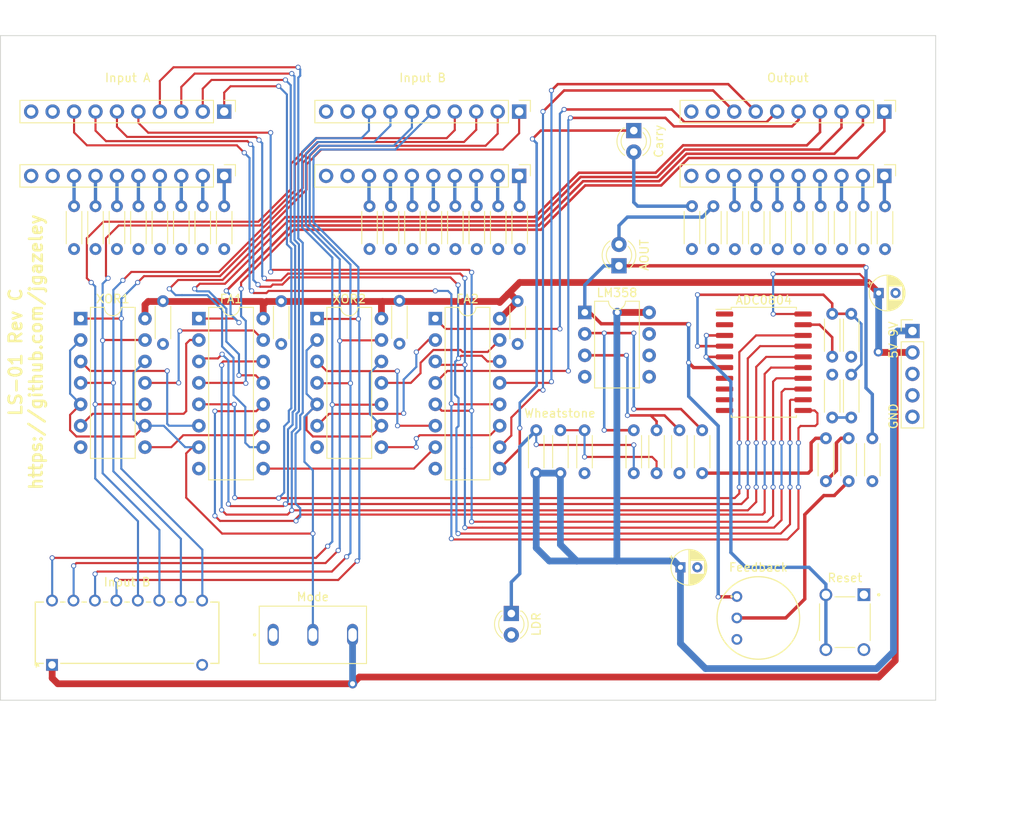
<source format=kicad_pcb>
(kicad_pcb (version 20211014) (generator pcbnew)
  (layers (0 "F.Cu" signal) (31 "B.Cu" signal) (34 "B.Paste" user) (35 "F.Paste" user) (36 "B.SilkS" user "B.Silkscreen") (37 "F.SilkS" user "F.Silkscreen") (38 "B.Mask" user) (39 "F.Mask" user) (44 "Edge.Cuts" user))
  (net 0 "")
  (net 1 "GND")
  (net 2 "A1")
  (net 3 "A2")
  (net 4 "A3")
  (net 5 "A4")
  (net 6 "A5")
  (net 7 "A6")
  (net 8 "A7")
  (net 9 "A8")
  (net 10 "B1")
  (net 11 "B2")
  (net 12 "B3")
  (net 13 "B4")
  (net 14 "B5")
  (net 15 "B6")
  (net 16 "B7")
  (net 17 "B8")
  (net 18 "S1")
  (net 19 "S2")
  (net 20 "S3")
  (net 21 "S4")
  (net 22 "S5")
  (net 23 "S6")
  (net 24 "S7")
  (net 25 "S8")
  (net 26 "5V")
  (net 27 "C4")
  (net 28 "MODE")
  (net 29 "Overflow")
  (net 30 "9V")
  (net 31 "AOUT")
  (net 32 "IN1-")
  (net 33 "IN1+")
  (net 34 "LDR")
  (net 35 "B'3")
  (net 36 "B'2")
  (net 37 "B'1")
  (net 38 "B'4")
  (net 39 "B'5")
  (net 40 "B'6")
  (net 41 "B'7")
  (net 42 "B'8")
  (net 43 "Feedback")
  (net 44 "Reset")
  (footprint "Connector_PinHeader_2.54mm:PinHeader_1x10_P2.54mm_Vertical" (layer "F.Cu") (at 140.925 52 -90)
    (fp_text reference "Input B")
    (fp_text value "PinHeader_1x10_P2.54mm_Vertical")
  )
  (footprint "Resistor_THT:R_Axial_DIN0204_L3.6mm_D1.6mm_P5.08mm_Horizontal" (layer "F.Cu") (at 90.76 68.29 90)
    (fp_text reference "REF**" hide)
    (fp_text value "R_Axial_DIN0204_L3.6mm_D1.6mm_P5.08mm_Horizontal")
  )
  (footprint "Package_SO:SOIC-20W_7.5x12.8mm_P1.27mm" (layer "F.Cu") (at 169.9 81.7)
    (fp_text reference "ADC0804")
    (fp_text value "SOIC-20W_7.5x12.8mm_P1.27mm")
  )
  (footprint "Resistor_THT:R_Axial_DIN0204_L3.6mm_D1.6mm_P5.08mm_Horizontal" (layer "F.Cu") (at 145.81 94.84 90)
    (fp_text reference "REF**" hide)
    (fp_text value "R_Axial_DIN0204_L3.6mm_D1.6mm_P5.08mm_Horizontal")
  )
  (footprint "Resistor_THT:R_Axial_DIN0204_L3.6mm_D1.6mm_P5.08mm_Horizontal" (layer "F.Cu") (at 112.75 79.54 90)
    (fp_text reference "REF**" hide)
    (fp_text value "R_Axial_DIN0204_L3.6mm_D1.6mm_P5.08mm_Horizontal")
  )
  (footprint "Package_DIP:DIP-16_W7.62mm" (layer "F.Cu") (at 131 76.525)
    (fp_text reference "FA2")
    (fp_text value "DIP-16_W7.62mm")
  )
  (footprint "Package_DIP:DIP-16_W7.62mm" (layer "F.Cu") (at 103 76.525)
    (fp_text reference "FA1")
    (fp_text value "DIP-16_W7.62mm")
  )
  (footprint "Resistor_THT:R_Axial_DIN0204_L3.6mm_D1.6mm_P5.08mm_Horizontal" (layer "F.Cu") (at 178 81.04 90)
    (fp_text reference "REF**" hide)
    (fp_text value "R_Axial_DIN0204_L3.6mm_D1.6mm_P5.08mm_Horizontal")
  )
  (footprint "Resistor_THT:R_Axial_DIN0204_L3.6mm_D1.6mm_P5.08mm_Horizontal" (layer "F.Cu") (at 88.22 68.29 90)
    (fp_text reference "REF**" hide)
    (fp_text value "R_Axial_DIN0204_L3.6mm_D1.6mm_P5.08mm_Horizontal")
  )
  (footprint "Resistor_THT:R_Axial_DIN0204_L3.6mm_D1.6mm_P5.08mm_Horizontal" (layer "F.Cu") (at 98.38 68.29 90)
    (fp_text reference "REF**" hide)
    (fp_text value "R_Axial_DIN0204_L3.6mm_D1.6mm_P5.08mm_Horizontal")
  )
  (footprint "Connector_PinHeader_2.54mm:PinHeader_1x05_P2.54mm_Vertical" (layer "F.Cu") (at 187.5 78)
    (fp_text reference "GND       5V 9V")
    (fp_text value "PinHeader_1x05_P2.54mm_Vertical")
  )
  (footprint "cartridge:SW_SLW-1276864-4A-D" (layer "F.Cu") (at 116.5 114)
    (fp_text reference "Mode")
    (fp_text value "SW_SLW-1276864-4A-D")
  )
  (footprint "Resistor_THT:R_Axial_DIN0204_L3.6mm_D1.6mm_P5.08mm_Horizontal" (layer "F.Cu") (at 93.3 68.29 90)
    (fp_text reference "REF**" hide)
    (fp_text value "R_Axial_DIN0204_L3.6mm_D1.6mm_P5.08mm_Horizontal")
  )
  (footprint "Resistor_THT:R_Axial_DIN0204_L3.6mm_D1.6mm_P5.08mm_Horizontal" (layer "F.Cu") (at 180.25 88.25 90)
    (fp_text reference "REF**" hide)
    (fp_text value "R_Axial_DIN0204_L3.6mm_D1.6mm_P5.08mm_Horizontal")
  )
  (footprint "Resistor_THT:R_Axial_DIN0204_L3.6mm_D1.6mm_P5.08mm_Horizontal" (layer "F.Cu") (at 148.67 94.84 90)
    (fp_text reference "REF**" hide)
    (fp_text value "R_Axial_DIN0204_L3.6mm_D1.6mm_P5.08mm_Horizontal")
  )
  (footprint "Resistor_THT:R_Axial_DIN0204_L3.6mm_D1.6mm_P5.08mm_Horizontal" (layer "F.Cu") (at 177.25 95.79 90)
    (fp_text reference "REF**" hide)
    (fp_text value "R_Axial_DIN0204_L3.6mm_D1.6mm_P5.08mm_Horizontal")
  )
  (footprint "Resistor_THT:R_Axial_DIN0204_L3.6mm_D1.6mm_P5.08mm_Horizontal" (layer "F.Cu") (at 100.92 68.29 90)
    (fp_text reference "REF**" hide)
    (fp_text value "R_Axial_DIN0204_L3.6mm_D1.6mm_P5.08mm_Horizontal")
  )
  (footprint "Resistor_THT:R_Axial_DIN0204_L3.6mm_D1.6mm_P5.08mm_Horizontal" (layer "F.Cu") (at 179.17 68.3 90)
    (fp_text reference "REF**" hide)
    (fp_text value "R_Axial_DIN0204_L3.6mm_D1.6mm_P5.08mm_Horizontal")
  )
  (footprint "Resistor_THT:R_Axial_DIN0204_L3.6mm_D1.6mm_P5.08mm_Horizontal" (layer "F.Cu") (at 178 88.25 90)
    (fp_text reference "REF**" hide)
    (fp_text value "R_Axial_DIN0204_L3.6mm_D1.6mm_P5.08mm_Horizontal")
  )
  (footprint "Resistor_THT:R_Axial_DIN0204_L3.6mm_D1.6mm_P5.08mm_Horizontal" (layer "F.Cu") (at 98.75 79.54 90)
    (fp_text reference "REF**" hide)
    (fp_text value "R_Axial_DIN0204_L3.6mm_D1.6mm_P5.08mm_Horizontal")
  )
  (footprint "LED_THT:LED_D3.0mm" (layer "F.Cu") (at 152.75 70.275 90)
    (fp_text reference "AOUT")
    (fp_text value "LED_D3.0mm")
  )
  (footprint "Connector_PinHeader_2.54mm:PinHeader_1x10_P2.54mm_Vertical" (layer "F.Cu") (at 184.175 52 -90)
    (fp_text reference "Output")
    (fp_text value "PinHeader_1x10_P2.54mm_Vertical")
  )
  (footprint "LED_THT:LED_D3.0mm" (layer "F.Cu") (at 154.5 54.25 -90)
    (fp_text reference "Carry")
    (fp_text value "LED_D3.0mm")
  )
  (footprint "Resistor_THT:R_Axial_DIN0204_L3.6mm_D1.6mm_P5.08mm_Horizontal" (layer "F.Cu") (at 169.01 68.3 90)
    (fp_text reference "REF**" hide)
    (fp_text value "R_Axial_DIN0204_L3.6mm_D1.6mm_P5.08mm_Horizontal")
  )
  (footprint "Resistor_THT:R_Axial_DIN0204_L3.6mm_D1.6mm_P5.08mm_Horizontal" (layer "F.Cu") (at 171.55 68.3 90)
    (fp_text reference "REF**" hide)
    (fp_text value "R_Axial_DIN0204_L3.6mm_D1.6mm_P5.08mm_Horizontal")
  )
  (footprint "Resistor_THT:R_Axial_DIN0204_L3.6mm_D1.6mm_P5.08mm_Horizontal" (layer "F.Cu") (at 154.5 94.84 90)
    (fp_text reference "REF**" hide)
    (fp_text value "R_Axial_DIN0204_L3.6mm_D1.6mm_P5.08mm_Horizontal")
  )
  (footprint "Capacitor_THT:CP_Radial_D4.0mm_P2.00mm" (layer "F.Cu") (at 160.027401 106)
    (fp_text reference "REF**" hide)
    (fp_text value "CP_Radial_D4.0mm_P2.00mm")
  )
  (footprint "Resistor_THT:R_Axial_DIN0204_L3.6mm_D1.6mm_P5.08mm_Horizontal" (layer "F.Cu") (at 157.2 94.84 90)
    (fp_text reference "REF**" hide)
    (fp_text value "R_Axial_DIN0204_L3.6mm_D1.6mm_P5.08mm_Horizontal")
  )
  (footprint "Resistor_THT:R_Axial_DIN0204_L3.6mm_D1.6mm_P5.08mm_Horizontal" (layer "F.Cu") (at 123.21 68.29 90)
    (fp_text reference "REF**" hide)
    (fp_text value "R_Axial_DIN0204_L3.6mm_D1.6mm_P5.08mm_Horizontal")
  )
  (footprint "Resistor_THT:R_Axial_DIN0204_L3.6mm_D1.6mm_P5.08mm_Horizontal" (layer "F.Cu") (at 166.47 68.3 90)
    (fp_text reference "REF**" hide)
    (fp_text value "R_Axial_DIN0204_L3.6mm_D1.6mm_P5.08mm_Horizontal")
  )
  (footprint "Package_DIP:DIP-14_W7.62mm" (layer "F.Cu") (at 117 76.525)
    (fp_text reference "XOR2")
    (fp_text value "DIP-14_W7.62mm")
  )
  (footprint "Resistor_THT:R_Axial_DIN0204_L3.6mm_D1.6mm_P5.08mm_Horizontal" (layer "F.Cu") (at 95.84 68.29 90)
    (fp_text reference "REF**" hide)
    (fp_text value "R_Axial_DIN0204_L3.6mm_D1.6mm_P5.08mm_Horizontal")
  )
  (footprint "Resistor_THT:R_Axial_DIN0204_L3.6mm_D1.6mm_P5.08mm_Horizontal" (layer "F.Cu") (at 161.39 68.29 90)
    (fp_text reference "REF**" hide)
    (fp_text value "R_Axial_DIN0204_L3.6mm_D1.6mm_P5.08mm_Horizontal")
  )
  (footprint "Resistor_THT:R_Axial_DIN0204_L3.6mm_D1.6mm_P5.08mm_Horizontal" (layer "F.Cu") (at 142.95 94.84 90)
    (fp_text reference "Wheatstone")
    (fp_text value "R_Axial_DIN0204_L3.6mm_D1.6mm_P5.08mm_Horizontal")
  )
  (footprint "Connector_PinHeader_2.54mm:PinHeader_1x10_P2.54mm_Vertical" (layer "F.Cu") (at 106 52 -90)
    (fp_text reference "Input A")
    (fp_text value "PinHeader_1x10_P2.54mm_Vertical")
  )
  (footprint "Connector_PinHeader_2.54mm:PinHeader_1x10_P2.54mm_Vertical" (layer "F.Cu") (at 140.925 59.62 -90)
    (fp_text reference "REF**" hide)
    (fp_text value "PinHeader_1x10_P2.54mm_Vertical")
  )
  (footprint "Resistor_THT:R_Axial_DIN0204_L3.6mm_D1.6mm_P5.08mm_Horizontal" (layer "F.Cu") (at 163.93 68.29 90)
    (fp_text reference "REF**" hide)
    (fp_text value "R_Axial_DIN0204_L3.6mm_D1.6mm_P5.08mm_Horizontal")
  )
  (footprint "Package_DIP:DIP-14_W7.62mm" (layer "F.Cu") (at 89 76.525)
    (fp_text reference "XOR1")
    (fp_text value "DIP-14_W7.62mm")
  )
  (footprint "Connector_PinHeader_2.54mm:PinHeader_1x10_P2.54mm_Vertical" (layer "F.Cu") (at 184.175 59.62 -90)
    (fp_text reference "REF**" hide)
    (fp_text value "PinHeader_1x10_P2.54mm_Vertical")
  )
  (footprint "Resistor_THT:R_Axial_DIN0204_L3.6mm_D1.6mm_P5.08mm_Horizontal" (layer "F.Cu") (at 133.37 68.29 90)
    (fp_text reference "REF**" hide)
    (fp_text value "R_Axial_DIN0204_L3.6mm_D1.6mm_P5.08mm_Horizontal")
  )
  (footprint "Resistor_THT:R_Axial_DIN0204_L3.6mm_D1.6mm_P5.08mm_Horizontal" (layer "F.Cu") (at 159.9 94.84 90)
    (fp_text reference "REF**" hide)
    (fp_text value "R_Axial_DIN0204_L3.6mm_D1.6mm_P5.08mm_Horizontal")
  )
  (footprint "Resistor_THT:R_Axial_DIN0204_L3.6mm_D1.6mm_P5.08mm_Horizontal" (layer "F.Cu") (at 162.6 94.84 90)
    (fp_text reference "REF**" hide)
    (fp_text value "R_Axial_DIN0204_L3.6mm_D1.6mm_P5.08mm_Horizontal")
  )
  (footprint "Capacitor_THT:CP_Radial_D4.0mm_P2.00mm" (layer "F.Cu") (at 183.5 73.5)
    (fp_text reference "REF**" hide)
    (fp_text value "CP_Radial_D4.0mm_P2.00mm")
  )
  (footprint "Resistor_THT:R_Axial_DIN0204_L3.6mm_D1.6mm_P5.08mm_Horizontal" (layer "F.Cu") (at 184.25 68.3 90)
    (fp_text reference "REF**" hide)
    (fp_text value "R_Axial_DIN0204_L3.6mm_D1.6mm_P5.08mm_Horizontal")
  )
  (footprint "ls-01:RES3_91A_TTE" (layer "F.Cu") (at 166.71 109.46 -90)
    (fp_text reference "Feedback")
    (fp_text value "RES3_91A_TTE")
  )
  (footprint "Connector_PinHeader_2.54mm:PinHeader_1x10_P2.54mm_Vertical" (layer "F.Cu") (at 106 59.62 -90)
    (fp_text reference "REF**" hide)
    (fp_text value "PinHeader_1x10_P2.54mm_Vertical")
  )
  (footprint "Resistor_THT:R_Axial_DIN0204_L3.6mm_D1.6mm_P5.08mm_Horizontal" (layer "F.Cu") (at 176.63 68.3 90)
    (fp_text reference "REF**" hide)
    (fp_text value "R_Axial_DIN0204_L3.6mm_D1.6mm_P5.08mm_Horizontal")
  )
  (footprint "Package_DIP:DIP-8_W7.62mm" (layer "F.Cu") (at 148.7 75.8)
    (fp_text reference "LM358")
    (fp_text value "DIP-8_W7.62mm")
  )
  (footprint "Resistor_THT:R_Axial_DIN0204_L3.6mm_D1.6mm_P5.08mm_Horizontal" (layer "F.Cu") (at 140.75 79.54 90)
    (fp_text reference "REF**" hide)
    (fp_text value "R_Axial_DIN0204_L3.6mm_D1.6mm_P5.08mm_Horizontal")
  )
  (footprint "Resistor_THT:R_Axial_DIN0204_L3.6mm_D1.6mm_P5.08mm_Horizontal" (layer "F.Cu") (at 180.25 81.04 90)
    (fp_text reference "REF**" hide)
    (fp_text value "R_Axial_DIN0204_L3.6mm_D1.6mm_P5.08mm_Horizontal")
  )
  (footprint "Resistor_THT:R_Axial_DIN0204_L3.6mm_D1.6mm_P5.08mm_Horizontal" (layer "F.Cu") (at 138.45 68.29 90)
    (fp_text reference "REF**" hide)
    (fp_text value "R_Axial_DIN0204_L3.6mm_D1.6mm_P5.08mm_Horizontal")
  )
  (footprint "Resistor_THT:R_Axial_DIN0204_L3.6mm_D1.6mm_P5.08mm_Horizontal" (layer "F.Cu") (at 179.95 95.79 90)
    (fp_text reference "REF**" hide)
    (fp_text value "R_Axial_DIN0204_L3.6mm_D1.6mm_P5.08mm_Horizontal")
  )
  (footprint "LED_THT:LED_D3.0mm" (layer "F.Cu") (at 140 111.475 -90)
    (fp_text reference "LDR")
    (fp_text value "LED_D3.0mm")
  )
  (footprint "Resistor_THT:R_Axial_DIN0204_L3.6mm_D1.6mm_P5.08mm_Horizontal" (layer "F.Cu") (at 181.71 68.3 90)
    (fp_text reference "REF**" hide)
    (fp_text value "R_Axial_DIN0204_L3.6mm_D1.6mm_P5.08mm_Horizontal")
  )
  (footprint "ls-01:MCTIIR-08-T_MTC" (layer "F.Cu") (at 85.61 117.56 90)
    (fp_text reference "Input B")
    (fp_text value "MCTIIR-08-T_MTC")
  )
  (footprint "Resistor_THT:R_Axial_DIN0204_L3.6mm_D1.6mm_P5.08mm_Horizontal" (layer "F.Cu") (at 103.46 68.29 90)
    (fp_text reference "REF**" hide)
    (fp_text value "R_Axial_DIN0204_L3.6mm_D1.6mm_P5.08mm_Horizontal")
  )
  (footprint "Resistor_THT:R_Axial_DIN0204_L3.6mm_D1.6mm_P5.08mm_Horizontal" (layer "F.Cu") (at 128.29 68.29 90)
    (fp_text reference "REF**" hide)
    (fp_text value "R_Axial_DIN0204_L3.6mm_D1.6mm_P5.08mm_Horizontal")
  )
  (footprint "Resistor_THT:R_Axial_DIN0204_L3.6mm_D1.6mm_P5.08mm_Horizontal" (layer "F.Cu") (at 130.83 68.29 90)
    (fp_text reference "REF**" hide)
    (fp_text value "R_Axial_DIN0204_L3.6mm_D1.6mm_P5.08mm_Horizontal")
  )
  (footprint "Resistor_THT:R_Axial_DIN0204_L3.6mm_D1.6mm_P5.08mm_Horizontal" (layer "F.Cu") (at 182.75 95.79 90)
    (fp_text reference "REF**" hide)
    (fp_text value "R_Axial_DIN0204_L3.6mm_D1.6mm_P5.08mm_Horizontal")
  )
  (footprint "Resistor_THT:R_Axial_DIN0204_L3.6mm_D1.6mm_P5.08mm_Horizontal" (layer "F.Cu") (at 106 68.29 90)
    (fp_text reference "REF**" hide)
    (fp_text value "R_Axial_DIN0204_L3.6mm_D1.6mm_P5.08mm_Horizontal")
  )
  (footprint "Resistor_THT:R_Axial_DIN0204_L3.6mm_D1.6mm_P5.08mm_Horizontal" (layer "F.Cu") (at 126.75 79.5 90)
    (fp_text reference "REF**" hide)
    (fp_text value "R_Axial_DIN0204_L3.6mm_D1.6mm_P5.08mm_Horizontal")
  )
  (footprint "Resistor_THT:R_Axial_DIN0204_L3.6mm_D1.6mm_P5.08mm_Horizontal" (layer "F.Cu") (at 140.99 68.29 90)
    (fp_text reference "REF**" hide)
    (fp_text value "R_Axial_DIN0204_L3.6mm_D1.6mm_P5.08mm_Horizontal")
  )
  (footprint "Resistor_THT:R_Axial_DIN0204_L3.6mm_D1.6mm_P5.08mm_Horizontal" (layer "F.Cu") (at 135.91 68.29 90)
    (fp_text reference "REF**" hide)
    (fp_text value "R_Axial_DIN0204_L3.6mm_D1.6mm_P5.08mm_Horizontal")
  )
  (footprint "Resistor_THT:R_Axial_DIN0204_L3.6mm_D1.6mm_P5.08mm_Horizontal" (layer "F.Cu") (at 125.75 68.29 90)
    (fp_text reference "REF**" hide)
    (fp_text value "R_Axial_DIN0204_L3.6mm_D1.6mm_P5.08mm_Horizontal")
  )
  (footprint "cartridge:SW_TS02-66-70-BK-100-LCR-D" (layer "F.Cu") (at 179.5 112.5 -90)
    (fp_text reference "Reset")
    (fp_text value "SW_TS02-66-70-BK-100-LCR-D")
  )
  (footprint "Resistor_THT:R_Axial_DIN0204_L3.6mm_D1.6mm_P5.08mm_Horizontal" (layer "F.Cu") (at 174.09 68.3 90)
    (fp_text reference "REF**" hide)
    (fp_text value "R_Axial_DIN0204_L3.6mm_D1.6mm_P5.08mm_Horizontal")
  )
  (gr_line (start 190.25 43) (end 190.25 121.75) (layer "Edge.Cuts") (width 0.1))
  (gr_line (start 79.5 121.75) (end 79.5 43) (layer "Edge.Cuts") (width 0.1))
  (gr_line (start 190.25 121.75) (end 79.5 121.75) (layer "Edge.Cuts") (width 0.1))
  (gr_line (start 190.25 43) (end 79.5 43) (layer "Edge.Cuts") (width 0.1))
  (gr_text "LS-01 Rev C\nhttps://github.com/jgazeley" (at 82.5 80.5 90) (layer "F.SilkS") (effects (font (size 1.5 1.5) (thickness 0.3))))
  (segment (start 178.5 94.54) (end 178.5 91.25) (width 0.4) (layer "F.Cu") (net 0))
  (segment (start 165.25 79.795) (end 162.045 79.795) (width 0.3) (layer "F.Cu") (net 0))
  (segment (start 178 74.75) (end 178 75.96) (width 0.3) (layer "F.Cu") (net 0))
  (segment (start 175.5 91.25) (end 176.04 90.71) (width 0.4) (layer "F.Cu") (net 0))
  (segment (start 176.955 73.705) (end 178 74.75) (width 0.3) (layer "F.Cu") (net 0))
  (segment (start 175.16 94.84) (end 175.5 94.5) (width 0.4) (layer "F.Cu") (net 0))
  (segment (start 162.045 73.705) (end 176.955 73.705) (width 0.3) (layer "F.Cu") (net 0))
  (segment (start 157.2 93.45) (end 157.2 94.84) (width 0.25) (layer "F.Cu") (net 0))
  (segment (start 156.67 92.92) (end 148.67 92.92) (width 0.25) (layer "F.Cu") (net 0))
  (segment (start 175.5 94.5) (end 175.5 91.25) (width 0.4) (layer "F.Cu") (net 0))
  (segment (start 176.505 77.255) (end 174.55 77.255) (width 0.3) (layer "F.Cu") (net 0))
  (segment (start 145.81 89.76) (end 148.67 89.76) (width 0.25) (layer "F.Cu") (net 0))
  (segment (start 179.04 90.71) (end 179.95 90.71) (width 0.4) (layer "F.Cu") (net 0))
  (segment (start 178.5 91.25) (end 179.04 90.71) (width 0.4) (layer "F.Cu") (net 0))
  (segment (start 178 81.04) (end 178 78.75) (width 0.3) (layer "F.Cu") (net 0))
  (segment (start 176.04 90.71) (end 177.25 90.71) (width 0.4) (layer "F.Cu") (net 0))
  (segment (start 162.6 94.84) (end 175.16 94.84) (width 0.4) (layer "F.Cu") (net 0))
  (segment (start 177.25 95.79) (end 178.5 94.54) (width 0.4) (layer "F.Cu") (net 0))
  (segment (start 178 75.96) (end 180.25 75.96) (width 0.3) (layer "F.Cu") (net 0))
  (segment (start 156.67 92.92) (end 157.2 93.45) (width 0.25) (layer "F.Cu") (net 0))
  (segment (start 178 78.75) (end 176.505 77.255) (width 0.3) (layer "F.Cu") (net 0))
  (via (at 162.045 73.705) (size 0.6) (drill 0.4) (layers "F.Cu" "B.Cu") (net 0))
  (via (at 148.67 92.92) (size 0.6) (drill 0.4) (layers "F.Cu" "B.Cu") (net 0))
  (via (at 162.045 79.795) (size 0.6) (drill 0.4) (layers "F.Cu" "B.Cu") (net 0))
  (segment (start 180.25 88.25) (end 178 88.25) (width 0.3) (layer "B.Cu") (net 0))
  (segment (start 140.925 59.62) (end 140.925 63.145) (width 0.4) (layer "B.Cu") (net 0))
  (segment (start 166.395 59.62) (end 166.395 63.145) (width 0.4) (layer "B.Cu") (net 0))
  (segment (start 138.385 59.62) (end 138.385 63.145) (width 0.4) (layer "B.Cu") (net 0))
  (segment (start 176.555 59.62) (end 176.555 63.145) (width 0.4) (layer "B.Cu") (net 0))
  (segment (start 135.845 59.62) (end 135.845 63.145) (width 0.4) (layer "B.Cu") (net 0))
  (segment (start 162.045 79.795) (end 162.045 73.705) (width 0.3) (layer "B.Cu") (net 0))
  (segment (start 171.475 63.145) (end 171.55 63.22) (width 0.25) (layer "B.Cu") (net 0))
  (segment (start 133.305 59.62) (end 133.305 63.145) (width 0.4) (layer "B.Cu") (net 0))
  (segment (start 166.395 63.145) (end 166.47 63.22) (width 0.25) (layer "B.Cu") (net 0))
  (segment (start 163.93 63.21) (end 162.64 64.5) (width 0.4) (layer "B.Cu") (net 0))
  (segment (start 181.45048 77.16048) (end 181.45048 81.96952) (width 0.3) (layer "B.Cu") (net 0))
  (segment (start 98.38 59.62) (end 98.38 63.21) (width 0.4) (layer "B.Cu") (net 0))
  (segment (start 154.5 62.75) (end 154.96 63.21) (width 0.4) (layer "B.Cu") (net 0))
  (segment (start 176.555 63.145) (end 176.63 63.22) (width 0.25) (layer "B.Cu") (net 0))
  (segment (start 103.46 59.62) (end 103.46 63.21) (width 0.4) (layer "B.Cu") (net 0))
  (segment (start 174.015 59.62) (end 174.015 63.145) (width 0.4) (layer "B.Cu") (net 0))
  (segment (start 90.76 59.62) (end 90.76 63.21) (width 0.4) (layer "B.Cu") (net 0))
  (segment (start 171.475 59.62) (end 171.475 63.145) (width 0.4) (layer "B.Cu") (net 0))
  (segment (start 152.75 67.735) (end 152.75 65.5) (width 0.4) (layer "B.Cu") (net 0))
  (segment (start 168.935 59.62) (end 168.935 63.145) (width 0.4) (layer "B.Cu") (net 0))
  (segment (start 184.175 63.145) (end 184.25 63.22) (width 0.25) (layer "B.Cu") (net 0))
  (segment (start 181.635 59.62) (end 181.635 63.145) (width 0.4) (layer "B.Cu") (net 0))
  (segment (start 174.015 63.145) (end 174.09 63.22) (width 0.25) (layer "B.Cu") (net 0))
  (segment (start 154.5 56.79) (end 154.5 62.75) (width 0.4) (layer "B.Cu") (net 0))
  (segment (start 180.25 75.96) (end 181.45048 77.16048) (width 0.3) (layer "B.Cu") (net 0))
  (segment (start 100.92 59.62) (end 100.92 63.21) (width 0.4) (layer "B.Cu") (net 0))
  (segment (start 128.225 59.62) (end 128.225 63.145) (width 0.4) (layer "B.Cu") (net 0))
  (segment (start 168.935 63.145) (end 169.01 63.22) (width 0.25) (layer "B.Cu") (net 0))
  (segment (start 181.45048 81.96952) (end 180.25 83.17) (width 0.3) (layer "B.Cu") (net 0))
  (segment (start 93.3 59.62) (end 93.3 63.21) (width 0.4) (layer "B.Cu") (net 0))
  (segment (start 179.095 63.145) (end 179.17 63.22) (width 0.25) (layer "B.Cu") (net 0))
  (segment (start 88.22 59.62) (end 88.22 63.21) (width 0.4) (layer "B.Cu") (net 0))
  (segment (start 162.64 64.5) (end 153.75 64.5) (width 0.4) (layer "B.Cu") (net 0))
  (segment (start 184.175 59.62) (end 184.175 63.145) (width 0.4) (layer "B.Cu") (net 0))
  (segment (start 179.095 59.62) (end 179.095 63.145) (width 0.4) (layer "B.Cu") (net 0))
  (segment (start 95.84 59.62) (end 95.84 63.21) (width 0.4) (layer "B.Cu") (net 0))
  (segment (start 130.765 59.62) (end 130.765 63.145) (width 0.4) (layer "B.Cu") (net 0))
  (segment (start 125.685 59.62) (end 125.685 63.145) (width 0.4) (layer "B.Cu") (net 0))
  (segment (start 154.96 63.21) (end 161.39 63.21) (width 0.4) (layer "B.Cu") (net 0))
  (segment (start 181.635 63.145) (end 181.71 63.22) (width 0.25) (layer "B.Cu") (net 0))
  (segment (start 148.67 89.76) (end 148.67 92.92) (width 0.25) (layer "B.Cu") (net 0))
  (segment (start 123.145 59.62) (end 123.145 63.145) (width 0.4) (layer "B.Cu") (net 0))
  (segment (start 152.75 65.5) (end 153.75 64.5) (width 0.4) (layer "B.Cu") (net 0))
  (segment (start 106 59.62) (end 106 63.21) (width 0.4) (layer "B.Cu") (net 0))
  (segment (start 168.975 78.525) (end 167 80.5) (width 0.25) (layer "F.Cu") (net 2))
  (segment (start 106.75 49) (end 106 49.75) (width 0.25) (layer "F.Cu") (net 2))
  (segment (start 107.185 86.685) (end 103 86.685) (width 0.25) (layer "F.Cu") (net 2))
  (segment (start 167 97.25) (end 166.45 97.8) (width 0.25) (layer "F.Cu") (net 2))
  (segment (start 166.45 97.8) (end 112.45 97.8) (width 0.25) (layer "F.Cu") (net 2))
  (segment (start 167 80.5) (end 167 91.25) (width 0.25) (layer "F.Cu") (net 2))
  (segment (start 106 49.75) (end 106 52) (width 0.25) (layer "F.Cu") (net 2))
  (segment (start 112.45 49) (end 106.75 49) (width 0.25) (layer "F.Cu") (net 2))
  (segment (start 174.55 78.525) (end 168.975 78.525) (width 0.25) (layer "F.Cu") (net 2))
  (segment (start 107.3 97.8) (end 107.25 97.75) (width 0.25) (layer "F.Cu") (net 2))
  (segment (start 167 96.5) (end 167 97.25) (width 0.25) (layer "F.Cu") (net 2))
  (segment (start 112.45 97.8) (end 107.3 97.8) (width 0.25) (layer "F.Cu") (net 2))
  (via (at 107.185 86.685) (size 0.6) (drill 0.4) (layers "F.Cu" "B.Cu") (net 2))
  (via (at 112.45 97.8) (size 0.6) (drill 0.4) (layers "F.Cu" "B.Cu") (net 2))
  (via (at 167 96.5) (size 0.6) (drill 0.4) (layers "F.Cu" "B.Cu") (net 2))
  (via (at 112.45 49) (size 0.6) (drill 0.4) (layers "F.Cu" "B.Cu") (net 2))
  (via (at 107.25 97.75) (size 0.6) (drill 0.4) (layers "F.Cu" "B.Cu") (net 2))
  (via (at 167 91.25) (size 0.6) (drill 0.4) (layers "F.Cu" "B.Cu") (net 2))
  (segment (start 113.651441 87.441407) (end 113.95192 87.140928) (width 0.25) (layer "B.Cu") (net 2))
  (segment (start 113.426441 49.976441) (end 112.45 49) (width 0.25) (layer "B.Cu") (net 2))
  (segment (start 113.10096 89.300481) (end 113.651441 88.75) (width 0.25) (layer "B.Cu") (net 2))
  (segment (start 113.10096 97.14904) (end 113.10096 89.300481) (width 0.25) (layer "B.Cu") (net 2))
  (segment (start 113.651441 88.75) (end 113.651441 87.441407) (width 0.25) (layer "B.Cu") (net 2))
  (segment (start 167 91.25) (end 167 96.5) (width 0.25) (layer "B.Cu") (net 2))
  (segment (start 113.95192 87.140928) (end 113.95192 68.25) (width 0.25) (layer "B.Cu") (net 2))
  (segment (start 107.25 97.75) (end 107.25 86.75) (width 0.25) (layer "B.Cu") (net 2))
  (segment (start 113.426441 67.724521) (end 113.426441 49.976441) (width 0.25) (layer "B.Cu") (net 2))
  (segment (start 112.45 97.8) (end 113.10096 97.14904) (width 0.25) (layer "B.Cu") (net 2))
  (segment (start 113.95192 68.25) (end 113.426441 67.724521) (width 0.25) (layer "B.Cu") (net 2))
  (segment (start 113.25 98.5) (end 113 98.75) (width 0.25) (layer "F.Cu") (net 3))
  (segment (start 104.5 48.25) (end 103.46 49.29) (width 0.25) (layer "F.Cu") (net 3))
  (segment (start 174.55 79.795) (end 169.455 79.795) (width 0.25) (layer "F.Cu") (net 3))
  (segment (start 169.455 79.795) (end 168 81.25) (width 0.25) (layer "F.Cu") (net 3))
  (segment (start 103 81.605) (end 103.355 81.25) (width 0.25) (layer "F.Cu") (net 3))
  (segment (start 168 81.25) (end 168 91.25) (width 0.25) (layer "F.Cu") (net 3))
  (segment (start 113.25 48.25) (end 104.5 48.25) (width 0.25) (layer "F.Cu") (net 3))
  (segment (start 168 97.75) (end 167.25 98.5) (width 0.25) (layer "F.Cu") (net 3))
  (segment (start 103.46 49.29) (end 103.46 52) (width 0.25) (layer "F.Cu") (net 3))
  (segment (start 167.25 98.5) (end 113.25 98.5) (width 0.25) (layer "F.Cu") (net 3))
  (segment (start 113 98.75) (end 106.75 98.75) (width 0.25) (layer "F.Cu") (net 3))
  (segment (start 106.75 98.75) (end 106.5 98.5) (width 0.25) (layer "F.Cu") (net 3))
  (segment (start 105.25 81.25) (end 105.75 80.75) (width 0.25) (layer "F.Cu") (net 3))
  (segment (start 168 96.5) (end 168 97.75) (width 0.25) (layer "F.Cu") (net 3))
  (segment (start 103.355 81.25) (end 105.25 81.25) (width 0.25) (layer "F.Cu") (net 3))
  (via (at 113.25 98.5) (size 0.6) (drill 0.4) (layers "F.Cu" "B.Cu") (net 3))
  (via (at 113.25 48.25) (size 0.6) (drill 0.4) (layers "F.Cu" "B.Cu") (net 3))
  (via (at 168 91.25) (size 0.6) (drill 0.4) (layers "F.Cu" "B.Cu") (net 3))
  (via (at 105.75 80.75) (size 0.6) (drill 0.4) (layers "F.Cu" "B.Cu") (net 3))
  (via (at 168 96.5) (size 0.6) (drill 0.4) (layers "F.Cu" "B.Cu") (net 3))
  (via (at 106.5 98.5) (size 0.6) (drill 0.4) (layers "F.Cu" "B.Cu") (net 3))
  (segment (start 106.5 81.5) (end 105.75 80.75) (width 0.25) (layer "B.Cu") (net 3))
  (segment (start 113.55048 98.19952) (end 113.25 98.5) (width 0.25) (layer "B.Cu") (net 3))
  (segment (start 113.87596 48.87596) (end 113.87596 67.397394) (width 0.25) (layer "B.Cu") (net 3))
  (segment (start 114.10096 87.627605) (end 114.100961 89.100961) (width 0.25) (layer "B.Cu") (net 3))
  (segment (start 113.87596 67.397394) (end 114.40144 67.922875) (width 0.25) (layer "B.Cu") (net 3))
  (segment (start 168 91.25) (end 168 96.5) (width 0.25) (layer "B.Cu") (net 3))
  (segment (start 106.5 98.5) (end 106.5 81.5) (width 0.25) (layer "B.Cu") (net 3))
  (segment (start 113.55048 89.651442) (end 113.55048 98.19952) (width 0.25) (layer "B.Cu") (net 3))
  (segment (start 114.100961 89.100961) (end 113.55048 89.651442) (width 0.25) (layer "B.Cu") (net 3))
  (segment (start 113.25 48.25) (end 113.87596 48.87596) (width 0.25) (layer "B.Cu") (net 3))
  (segment (start 114.40144 87.327126) (end 114.10096 87.627605) (width 0.25) (layer "B.Cu") (net 3))
  (segment (start 114.40144 67.922875) (end 114.40144 87.327126) (width 0.25) (layer "B.Cu") (net 3))
  (segment (start 106.25 99.75) (end 105.7 99.2) (width 0.25) (layer "F.Cu") (net 4))
  (segment (start 105.7 81.8) (end 105.7 82.05) (width 0.25) (layer "F.Cu") (net 4))
  (segment (start 114 47.5) (end 102.5 47.5) (width 0.25) (layer "F.Cu") (net 4))
  (segment (start 105.895 81.605) (end 105.7 81.8) (width 0.25) (layer "F.Cu") (net 4))
  (segment (start 169 82.25) (end 169 91.25) (width 0.25) (layer "F.Cu") (net 4))
  (segment (start 102.5 47.5) (end 100.92 49.08) (width 0.25) (layer "F.Cu") (net 4))
  (segment (start 114 99.25) (end 113.5 99.75) (width 0.25) (layer "F.Cu") (net 4))
  (segment (start 110.62 81.605) (end 105.895 81.605) (width 0.25) (layer "F.Cu") (net 4))
  (segment (start 169 98.25) (end 168 99.25) (width 0.25) (layer "F.Cu") (net 4))
  (segment (start 174.55 81.065) (end 170.185 81.065) (width 0.25) (layer "F.Cu") (net 4))
  (segment (start 113.5 99.75) (end 106.25 99.75) (width 0.25) (layer "F.Cu") (net 4))
  (segment (start 170.185 81.065) (end 169 82.25) (width 0.25) (layer "F.Cu") (net 4))
  (segment (start 100.92 49.08) (end 100.92 52) (width 0.25) (layer "F.Cu") (net 4))
  (segment (start 169 96.5) (end 169 98.25) (width 0.25) (layer "F.Cu") (net 4))
  (segment (start 168 99.25) (end 114 99.25) (width 0.25) (layer "F.Cu") (net 4))
  (via (at 169 91.25) (size 0.6) (drill 0.4) (layers "F.Cu" "B.Cu") (net 4))
  (via (at 114 99.25) (size 0.6) (drill 0.4) (layers "F.Cu" "B.Cu") (net 4))
  (via (at 105.7 99.2) (size 0.6) (drill 0.4) (layers "F.Cu" "B.Cu") (net 4))
  (via (at 105.7 82.05) (size 0.6) (drill 0.4) (layers "F.Cu" "B.Cu") (net 4))
  (via (at 169 96.5) (size 0.6) (drill 0.4) (layers "F.Cu" "B.Cu") (net 4))
  (via (at 114 47.5) (size 0.6) (drill 0.4) (layers "F.Cu" "B.Cu") (net 4))
  (segment (start 114 99.15) (end 114 90) (width 0.25) (layer "B.Cu") (net 4))
  (segment (start 114.55048 87.813802) (end 114.85096 87.513323) (width 0.25) (layer "B.Cu") (net 4))
  (segment (start 114.32548 67.211197) (end 114.32548 47.82548) (width 0.25) (layer "B.Cu") (net 4))
  (segment (start 114.32548 47.82548) (end 114 47.5) (width 0.25) (layer "B.Cu") (net 4))
  (segment (start 114.85096 67.736678) (end 114.32548 67.211197) (width 0.25) (layer "B.Cu") (net 4))
  (segment (start 114 90) (end 114.55048 89.44952) (width 0.25) (layer "B.Cu") (net 4))
  (segment (start 105.7 99.2) (end 105.7 82.05) (width 0.25) (layer "B.Cu") (net 4))
  (segment (start 114.85096 87.513323) (end 114.85096 67.736678) (width 0.25) (layer "B.Cu") (net 4))
  (segment (start 169 91.25) (end 169 96.5) (width 0.25) (layer "B.Cu") (net 4))
  (segment (start 114.55048 89.44952) (end 114.55048 87.813802) (width 0.25) (layer "B.Cu") (net 4))
  (segment (start 100 46.75) (end 98.38 48.37) (width 0.25) (layer "F.Cu") (net 5))
  (segment (start 105 87.5) (end 109.805 87.5) (width 0.25) (layer "F.Cu") (net 5))
  (segment (start 114.75 46.75) (end 100 46.75) (width 0.25) (layer "F.Cu") (net 5))
  (segment (start 170 99.5) (end 169.75 99.75) (width 0.25) (layer "F.Cu") (net 5))
  (segment (start 114.5 100.5) (end 105.500978 100.5) (width 0.25) (layer "F.Cu") (net 5))
  (segment (start 98.38 48.37) (end 98.38 52) (width 0.25) (layer "F.Cu") (net 5))
  (segment (start 109.805 87.5) (end 110.62 86.685) (width 0.25) (layer "F.Cu") (net 5))
  (segment (start 170 96.5) (end 170 99.5) (width 0.25) (layer "F.Cu") (net 5))
  (segment (start 170 83.085) (end 170 91.25) (width 0.25) (layer "F.Cu") (net 5))
  (segment (start 114.5 100.25) (end 114.5 100.5) (width 0.25) (layer "F.Cu") (net 5))
  (segment (start 115 99.75) (end 114.5 100.25) (width 0.25) (layer "F.Cu") (net 5))
  (segment (start 105.500978 100.5) (end 104.900489 99.899511) (width 0.25) (layer "F.Cu") (net 5))
  (segment (start 174.55 82.335) (end 170.75 82.335) (width 0.25) (layer "F.Cu") (net 5))
  (segment (start 169.75 99.75) (end 115 99.75) (width 0.25) (layer "F.Cu") (net 5))
  (segment (start 170.75 82.335) (end 170 83.085) (width 0.25) (layer "F.Cu") (net 5))
  (via (at 104.900489 99.899511) (size 0.6) (drill 0.4) (layers "F.Cu" "B.Cu") (net 5))
  (via (at 170 96.5) (size 0.6) (drill 0.4) (layers "F.Cu" "B.Cu") (net 5))
  (via (at 114.5 100.5) (size 0.6) (drill 0.4) (layers "F.Cu" "B.Cu") (net 5))
  (via (at 170 91.25) (size 0.6) (drill 0.4) (layers "F.Cu" "B.Cu") (net 5))
  (via (at 104.900489 87.5) (size 0.6) (drill 0.4) (layers "F.Cu" "B.Cu") (net 5))
  (via (at 114.75 46.75) (size 0.6) (drill 0.4) (layers "F.Cu" "B.Cu") (net 5))
  (segment (start 115 99) (end 114.44952 98.44952) (width 0.25) (layer "B.Cu") (net 5))
  (segment (start 114.5 100.5) (end 115 100) (width 0.25) (layer "B.Cu") (net 5))
  (segment (start 115.30048 87.69952) (end 115.30048 67.55048) (width 0.25) (layer "B.Cu") (net 5))
  (segment (start 115 100) (end 115 99) (width 0.25) (layer "B.Cu") (net 5))
  (segment (start 104.900489 87.5) (end 104.900489 99.899511) (width 0.25) (layer "B.Cu") (net 5))
  (segment (start 115 89.635717) (end 115 88) (width 0.25) (layer "B.Cu") (net 5))
  (segment (start 115 47.75) (end 115 47) (width 0.25) (layer "B.Cu") (net 5))
  (segment (start 114.44952 98.44952) (end 114.44952 90.186198) (width 0.25) (layer "B.Cu") (net 5))
  (segment (start 115 88) (end 115.30048 87.69952) (width 0.25) (layer "B.Cu") (net 5))
  (segment (start 170 91.25) (end 170 96.5) (width 0.25) (layer "B.Cu") (net 5))
  (segment (start 114.44952 90.186198) (end 115 89.635717) (width 0.25) (layer "B.Cu") (net 5))
  (segment (start 114.775 47.975) (end 115 47.75) (width 0.25) (layer "B.Cu") (net 5))
  (segment (start 114.775 67.025) (end 114.775 47.975) (width 0.25) (layer "B.Cu") (net 5))
  (segment (start 115 47) (end 114.75 46.75) (width 0.25) (layer "B.Cu") (net 5))
  (segment (start 115.30048 67.55048) (end 114.775 67.025) (width 0.25) (layer "B.Cu") (net 5))
  (segment (start 135.3 71.05) (end 135 70.75) (width 0.25) (layer "F.Cu") (net 6))
  (segment (start 171 99.9) (end 170.3 100.6) (width 0.25) (layer "F.Cu") (net 6))
  (segment (start 95.84 52) (end 95.84 53.34) (width 0.25) (layer "F.Cu") (net 6))
  (segment (start 174.55 83.605) (end 171.395 83.605) (width 0.25) (layer "F.Cu") (net 6))
  (segment (start 95.84 53.34) (end 97 54.5) (width 0.25) (layer "F.Cu") (net 6))
  (segment (start 111.75 70.75) (end 111.5 71) (width 0.25) (layer "F.Cu") (net 6))
  (segment (start 171 96.5) (end 171 99.9) (width 0.25) (layer "F.Cu") (net 6))
  (segment (start 171.25 83.75) (end 171 84) (width 0.25) (layer "F.Cu") (net 6))
  (segment (start 135 70.75) (end 111.75 70.75) (width 0.25) (layer "F.Cu") (net 6))
  (segment (start 171 84) (end 171 91.25) (width 0.25) (layer "F.Cu") (net 6))
  (segment (start 97 54.5) (end 111.5 54.5) (width 0.25) (layer "F.Cu") (net 6))
  (segment (start 170.3 100.6) (end 135.3 100.6) (width 0.25) (layer "F.Cu") (net 6))
  (segment (start 135.3 87.45) (end 131.765 87.45) (width 0.25) (layer "F.Cu") (net 6))
  (segment (start 171.395 83.605) (end 171.25 83.75) (width 0.25) (layer "F.Cu") (net 6))
  (segment (start 131.765 87.45) (end 131 86.685) (width 0.25) (layer "F.Cu") (net 6))
  (via (at 135.3 100.6) (size 0.6) (drill 0.4) (layers "F.Cu" "B.Cu") (net 6))
  (via (at 171 91.25) (size 0.6) (drill 0.4) (layers "F.Cu" "B.Cu") (net 6))
  (via (at 111.5 54.5) (size 0.6) (drill 0.4) (layers "F.Cu" "B.Cu") (net 6))
  (via (at 135.3 87.45) (size 0.6) (drill 0.4) (layers "F.Cu" "B.Cu") (net 6))
  (via (at 135.3 71.05) (size 0.6) (drill 0.4) (layers "F.Cu" "B.Cu") (net 6))
  (via (at 111.5 71) (size 0.6) (drill 0.4) (layers "F.Cu" "B.Cu") (net 6))
  (via (at 171 96.5) (size 0.6) (drill 0.4) (layers "F.Cu" "B.Cu") (net 6))
  (segment (start 135.3 91.8) (end 135.3 87.45) (width 0.25) (layer "B.Cu") (net 6))
  (segment (start 135.3 91.8) (end 135.3 100.6) (width 0.25) (layer "B.Cu") (net 6))
  (segment (start 171 91.25) (end 171 96.5) (width 0.25) (layer "B.Cu") (net 6))
  (segment (start 111.5 71) (end 111.5 54.5) (width 0.25) (layer "B.Cu") (net 6))
  (segment (start 135.3 87.45) (end 135.3 71.05) (width 0.25) (layer "B.Cu") (net 6))
  (segment (start 172 100.4) (end 171.1 101.3) (width 0.25) (layer "F.Cu") (net 7))
  (segment (start 172.375 84.875) (end 172 85.25) (width 0.25) (layer "F.Cu") (net 7))
  (segment (start 111 72) (end 110.75 71.75) (width 0.25) (layer "F.Cu") (net 7))
  (segment (start 133.94952 71.19952) (end 113.55048 71.19952) (width 0.25) (layer "F.Cu") (net 7))
  (segment (start 93.3 53.8) (end 94.5 55) (width 0.25) (layer "F.Cu") (net 7))
  (segment (start 131.405 82.01) (end 131 81.605) (width 0.25) (layer "F.Cu") (net 7))
  (segment (start 134.5 82.01) (end 131.405 82.01) (width 0.25) (layer "F.Cu") (net 7))
  (segment (start 134.5 71.75) (end 133.94952 71.19952) (width 0.25) (layer "F.Cu") (net 7))
  (segment (start 112.75 72) (end 111 72) (width 0.25) (layer "F.Cu") (net 7))
  (segment (start 109.75 55) (end 110.125 55.375) (width 0.25) (layer "F.Cu") (net 7))
  (segment (start 136.6 101.3) (end 134.5 101.3) (width 0.25) (layer "F.Cu") (net 7))
  (segment (start 94.5 55) (end 109.75 55) (width 0.25) (layer "F.Cu") (net 7))
  (segment (start 172 96.5) (end 172 100.4) (width 0.25) (layer "F.Cu") (net 7))
  (segment (start 171.1 101.3) (end 136.6 101.3) (width 0.25) (layer "F.Cu") (net 7))
  (segment (start 172 85.25) (end 172 91.25) (width 0.25) (layer "F.Cu") (net 7))
  (segment (start 93.3 52) (end 93.3 53.8) (width 0.25) (layer "F.Cu") (net 7))
  (segment (start 174.55 84.875) (end 172.375 84.875) (width 0.25) (layer "F.Cu") (net 7))
  (segment (start 113.55048 71.19952) (end 112.75 72) (width 0.25) (layer "F.Cu") (net 7))
  (via (at 172 96.5) (size 0.6) (drill 0.4) (layers "F.Cu" "B.Cu") (net 7))
  (via (at 110.125 55.375) (size 0.6) (drill 0.4) (layers "F.Cu" "B.Cu") (net 7))
  (via (at 134.5 82) (size 0.6) (drill 0.4) (layers "F.Cu" "B.Cu") (net 7))
  (via (at 134.5 101.3) (size 0.6) (drill 0.4) (layers "F.Cu" "B.Cu") (net 7))
  (via (at 134.5 71.75) (size 0.6) (drill 0.4) (layers "F.Cu" "B.Cu") (net 7))
  (via (at 110.75 71.75) (size 0.6) (drill 0.4) (layers "F.Cu" "B.Cu") (net 7))
  (via (at 172 91.25) (size 0.6) (drill 0.4) (layers "F.Cu" "B.Cu") (net 7))
  (segment (start 110.508475 71.508475) (end 110.75 71.75) (width 0.25) (layer "B.Cu") (net 7))
  (segment (start 134.5 94.3) (end 134.5 101.3) (width 0.25) (layer "B.Cu") (net 7))
  (segment (start 134.5 82) (end 134.5 82.5) (width 0.25) (layer "B.Cu") (net 7))
  (segment (start 110.5 71.508475) (end 110.5 55.75) (width 0.25) (layer "B.Cu") (net 7))
  (segment (start 134.5 82.5) (end 134.5 94.3) (width 0.25) (layer "B.Cu") (net 7))
  (segment (start 134.5 71.75) (end 134.5 82) (width 0.25) (layer "B.Cu") (net 7))
  (segment (start 110.5 55.75) (end 110.125 55.375) (width 0.25) (layer "B.Cu") (net 7))
  (segment (start 172 91.25) (end 172 96.5) (width 0.25) (layer "B.Cu") (net 7))
  (segment (start 110.5 71.508475) (end 110.508475 71.508475) (width 0.25) (layer "B.Cu") (net 7))
  (segment (start 134.069991 80.930009) (end 133.75 81.25) (width 0.25) (layer "F.Cu") (net 8))
  (segment (start 174.55 86.145) (end 173.105 86.145) (width 0.25) (layer "F.Cu") (net 8))
  (segment (start 132.790018 71.64904) (end 113.736678 71.64904) (width 0.25) (layer "F.Cu") (net 8))
  (segment (start 173.105 86.145) (end 173 86.25) (width 0.25) (layer "F.Cu") (net 8))
  (segment (start 111.75 72.5) (end 111.5 72.75) (width 0.25) (layer "F.Cu") (net 8))
  (segment (start 173 96.5) (end 173 100.9) (width 0.25) (layer "F.Cu") (net 8))
  (segment (start 112.885718 72.5) (end 111.75 72.5) (width 0.25) (layer "F.Cu") (net 8))
  (segment (start 110.25 72.75) (end 110 72.5) (width 0.25) (layer "F.Cu") (net 8))
  (segment (start 138.62 81.605) (end 137.174991 81.605) (width 0.25) (layer "F.Cu") (net 8))
  (segment (start 111.5 72.75) (end 110.25 72.75) (width 0.25) (layer "F.Cu") (net 8))
  (segment (start 137.174991 81.605) (end 136.5 80.930009) (width 0.25) (layer "F.Cu") (net 8))
  (segment (start 92 55.5) (end 108.75 55.5) (width 0.25) (layer "F.Cu") (net 8))
  (segment (start 90.76 54.26) (end 92 55.5) (width 0.25) (layer "F.Cu") (net 8))
  (segment (start 90.76 52) (end 90.76 54.26) (width 0.25) (layer "F.Cu") (net 8))
  (segment (start 133.695489 72.554511) (end 132.790018 71.64904) (width 0.25) (layer "F.Cu") (net 8))
  (segment (start 113.736678 71.64904) (end 112.885718 72.5) (width 0.25) (layer "F.Cu") (net 8))
  (segment (start 134.1 102) (end 133.7 102) (width 0.25) (layer "F.Cu") (net 8))
  (segment (start 108.75 55.5) (end 109 55.75) (width 0.25) (layer "F.Cu") (net 8))
  (segment (start 173 86.25) (end 173 91.25) (width 0.25) (layer "F.Cu") (net 8))
  (segment (start 173 100.9) (end 171.9 102) (width 0.25) (layer "F.Cu") (net 8))
  (segment (start 136.5 80.930009) (end 134.069991 80.930009) (width 0.25) (layer "F.Cu") (net 8))
  (segment (start 171.9 102) (end 134.1 102) (width 0.25) (layer "F.Cu") (net 8))
  (via (at 110 72.5) (size 0.6) (drill 0.4) (layers "F.Cu" "B.Cu") (net 8))
  (via (at 133.7 102) (size 0.6) (drill 0.4) (layers "F.Cu" "B.Cu") (net 8))
  (via (at 133.75 81.25) (size 0.6) (drill 0.4) (layers "F.Cu" "B.Cu") (net 8))
  (via (at 109.125 55.875) (size 0.6) (drill 0.4) (layers "F.Cu" "B.Cu") (net 8))
  (via (at 133.695489 72.554511) (size 0.6) (drill 0.4) (layers "F.Cu" "B.Cu") (net 8))
  (via (at 173 96.5) (size 0.6) (drill 0.4) (layers "F.Cu" "B.Cu") (net 8))
  (via (at 173 91.25) (size 0.6) (drill 0.4) (layers "F.Cu" "B.Cu") (net 8))
  (segment (start 109.44952 56.19952) (end 109.125 55.875) (width 0.25) (layer "B.Cu") (net 8))
  (segment (start 173 91.25) (end 173 96.5) (width 0.25) (layer "B.Cu") (net 8))
  (segment (start 133.350009 81.649991) (end 133.745489 81.254511) (width 0.25) (layer "B.Cu") (net 8))
  (segment (start 133.695489 81.254511) (end 133.695489 72.554511) (width 0.25) (layer "B.Cu") (net 8))
  (segment (start 133.7 102) (end 133.5 101.8) (width 0.25) (layer "B.Cu") (net 8))
  (segment (start 110 72.5) (end 109.44952 71.94952) (width 0.25) (layer "B.Cu") (net 8))
  (segment (start 133.75 85.94952) (end 133.350009 85.549529) (width 0.25) (layer "B.Cu") (net 8))
  (segment (start 133.75 89.25) (end 133.75 85.94952) (width 0.25) (layer "B.Cu") (net 8))
  (segment (start 133.5 101.8) (end 133.5 89.5) (width 0.25) (layer "B.Cu") (net 8))
  (segment (start 133.5 89.5) (end 133.75 89.25) (width 0.25) (layer "B.Cu") (net 8))
  (segment (start 109.44952 71.94952) (end 109.44952 56.19952) (width 0.25) (layer "B.Cu") (net 8))
  (segment (start 133.350009 85.549529) (end 133.350009 81.649991) (width 0.25) (layer "B.Cu") (net 8))
  (segment (start 89.75 56) (end 107.5 56) (width 0.25) (layer "F.Cu") (net 9))
  (segment (start 131 73.25) (end 111.25 73.25) (width 0.25) (layer "F.Cu") (net 9))
  (segment (start 88.22 54.47) (end 89.75 56) (width 0.25) (layer "F.Cu") (net 9))
  (segment (start 111.25 73.25) (end 111 73.5) (width 0.25) (layer "F.Cu") (net 9))
  (segment (start 174 89.5) (end 174 91.25) (width 0.25) (layer "F.Cu") (net 9))
  (segment (start 176.25 89) (end 176 89.25) (width 0.25) (layer "F.Cu") (net 9))
  (segment (start 132.985978 86.685) (end 138.62 86.685) (width 0.25) (layer "F.Cu") (net 9))
  (segment (start 88.22 52) (end 88.22 54.47) (width 0.25) (layer "F.Cu") (net 9))
  (segment (start 174 96.5) (end 174 101.4) (width 0.25) (layer "F.Cu") (net 9))
  (segment (start 172.7 102.7) (end 133 102.7) (width 0.25) (layer "F.Cu") (net 9))
  (segment (start 175.915 87.415) (end 176.25 87.75) (width 0.25) (layer "F.Cu") (net 9))
  (segment (start 176 89.25) (end 174.25 89.25) (width 0.25) (layer "F.Cu") (net 9))
  (segment (start 176.25 87.75) (end 176.25 89) (width 0.25) (layer "F.Cu") (net 9))
  (segment (start 107.5 56) (end 108.25 56.75) (width 0.25) (layer "F.Cu") (net 9))
  (segment (start 174.25 89.25) (end 174 89.5) (width 0.25) (layer "F.Cu") (net 9))
  (segment (start 111 73.5) (end 109.5 73.5) (width 0.25) (layer "F.Cu") (net 9))
  (segment (start 109.5 73.5) (end 109.25 73.25) (width 0.25) (layer "F.Cu") (net 9))
  (segment (start 174.55 87.415) (end 175.915 87.415) (width 0.25) (layer "F.Cu") (net 9))
  (segment (start 174 101.4) (end 172.7 102.7) (width 0.25) (layer "F.Cu") (net 9))
  (via (at 132.900489 102.600489) (size 0.6) (drill 0.4) (layers "F.Cu" "B.Cu") (net 9))
  (via (at 174 91.25) (size 0.6) (drill 0.4) (layers "F.Cu" "B.Cu") (net 9))
  (via (at 108.375 56.875) (size 0.6) (drill 0.4) (layers "F.Cu" "B.Cu") (net 9))
  (via (at 132.900489 86.599511) (size 0.6) (drill 0.4) (layers "F.Cu" "B.Cu") (net 9))
  (via (at 109.25 73.25) (size 0.6) (drill 0.4) (layers "F.Cu" "B.Cu") (net 9))
  (via (at 131 73.25) (size 0.6) (drill 0.4) (layers "F.Cu" "B.Cu") (net 9))
  (via (at 174 96.5) (size 0.6) (drill 0.4) (layers "F.Cu" "B.Cu") (net 9))
  (segment (start 132.900489 73.650489) (end 132.5 73.25) (width 0.25) (layer "B.Cu") (net 9))
  (segment (start 132.900489 102.600489) (end 132.900489 86.599511) (width 0.25) (layer "B.Cu") (net 9))
  (segment (start 174 91.25) (end 174 96.5) (width 0.25) (layer "B.Cu") (net 9))
  (segment (start 132.900489 86.599511) (end 132.900489 73.650489) (width 0.25) (layer "B.Cu") (net 9))
  (segment (start 109 73) (end 109 70.75) (width 0.25) (layer "B.Cu") (net 9))
  (segment (start 109 57.5) (end 108.375 56.875) (width 0.25) (layer "B.Cu") (net 9))
  (segment (start 109 70.75) (end 109 57.5) (width 0.25) (layer "B.Cu") (net 9))
  (segment (start 109.25 73.25) (end 109 73) (width 0.25) (layer "B.Cu") (net 9))
  (segment (start 132.5 73.25) (end 131 73.25) (width 0.25) (layer "B.Cu") (net 9))
  (segment (start 117.5 56.5) (end 139 56.5) (width 0.25) (layer "F.Cu") (net 10))
  (segment (start 96.5 71.5) (end 95.75 72.25) (width 0.25) (layer "F.Cu") (net 10))
  (segment (start 115.75 58.25) (end 117.5 56.5) (width 0.25) (layer "F.Cu") (net 10))
  (segment (start 140.925 54.575) (end 140.925 52) (width 0.25) (layer "F.Cu") (net 10))
  (segment (start 105.5 71.5) (end 115.75 61.25) (width 0.25) (layer "F.Cu") (net 10))
  (segment (start 115.75 61.25) (end 115.75 58.25) (width 0.25) (layer "F.Cu") (net 10))
  (segment (start 89 76.525) (end 93.815 76.525) (width 0.25) (layer "F.Cu") (net 10))
  (segment (start 139 56.5) (end 140.925 54.575) (width 0.25) (layer "F.Cu") (net 10))
  (segment (start 105.5 71.5) (end 96.5 71.5) (width 0.25) (layer "F.Cu") (net 10))
  (via (at 93.815 76.525) (size 0.6) (drill 0.4) (layers "F.Cu" "B.Cu") (net 10))
  (via (at 95.75 72.25) (size 0.6) (drill 0.4) (layers "F.Cu" "B.Cu") (net 10))
  (segment (start 93.815 94.315) (end 103.41 103.91) (width 0.25) (layer "B.Cu") (net 10))
  (segment (start 93.815 76.525) (end 93.815 74.185) (width 0.25) (layer "B.Cu") (net 10))
  (segment (start 93.815 74.185) (end 95.75 72.25) (width 0.25) (layer "B.Cu") (net 10))
  (segment (start 93.815 76.525) (end 93.815 94.315) (width 0.25) (layer "B.Cu") (net 10))
  (segment (start 103.41 103.91) (end 103.41 110) (width 0.25) (layer "B.Cu") (net 10))
  (segment (start 115.30048 61.063802) (end 115.30048 58.063803) (width 0.25) (layer "F.Cu") (net 11))
  (segment (start 138.385 54.615) (end 138.385 52) (width 0.25) (layer "F.Cu") (net 11))
  (segment (start 89 84.145) (end 92.875 84.145) (width 0.25) (layer "F.Cu") (net 11))
  (segment (start 95 71) (end 94 72) (width 0.25) (layer "F.Cu") (net 11))
  (segment (start 136.94952 56.05048) (end 138.385 54.615) (width 0.25) (layer "F.Cu") (net 11))
  (segment (start 105.364282 71) (end 115.30048 61.063802) (width 0.25) (layer "F.Cu") (net 11))
  (segment (start 115.30048 58.063803) (end 117.313803 56.05048) (width 0.25) (layer "F.Cu") (net 11))
  (segment (start 105.364282 71) (end 95 71) (width 0.25) (layer "F.Cu") (net 11))
  (segment (start 117.313803 56.05048) (end 136.94952 56.05048) (width 0.25) (layer "F.Cu") (net 11))
  (via (at 92.875 84.145) (size 0.6) (drill 0.4) (layers "F.Cu" "B.Cu") (net 11))
  (via (at 94 72) (size 0.6) (drill 0.4) (layers "F.Cu" "B.Cu") (net 11))
  (segment (start 92.875 94.625) (end 100.87 102.62) (width 0.25) (layer "B.Cu") (net 11))
  (segment (start 92.875 73.125) (end 94 72) (width 0.25) (layer "B.Cu") (net 11))
  (segment (start 100.87 102.62) (end 100.87 110) (width 0.25) (layer "B.Cu") (net 11))
  (segment (start 92.875 84.145) (end 92.875 73.125) (width 0.25) (layer "B.Cu") (net 11))
  (segment (start 92.875 84.145) (end 92.875 94.625) (width 0.25) (layer "B.Cu") (net 11))
  (segment (start 93.5 65.5) (end 110.228564 65.5) (width 0.25) (layer "F.Cu") (net 12))
  (segment (start 117.127606 55.60096) (end 134.39904 55.60096) (width 0.25) (layer "F.Cu") (net 12))
  (segment (start 135.845 54.155) (end 135.845 52) (width 0.25) (layer "F.Cu") (net 12))
  (segment (start 92 67) (end 93.5 65.5) (width 0.25) (layer "F.Cu") (net 12))
  (segment (start 92.25 71.75) (end 92 71.5) (width 0.25) (layer "F.Cu") (net 12))
  (segment (start 92 71.5) (end 92 67) (width 0.25) (layer "F.Cu") (net 12))
  (segment (start 114.364282 61.364282) (end 114.364282 58.364284) (width 0.25) (layer "F.Cu") (net 12))
  (segment (start 134.39904 55.60096) (end 135.845 54.155) (width 0.25) (layer "F.Cu") (net 12))
  (segment (start 114.364282 58.364284) (end 117.127606 55.60096) (width 0.25) (layer "F.Cu") (net 12))
  (segment (start 110.228564 65.5) (end 114.364282 61.364282) (width 0.25) (layer "F.Cu") (net 12))
  (segment (start 96.62 79.065) (end 91.665 79.065) (width 0.25) (layer "F.Cu") (net 12))
  (segment (start 91.665 79.065) (end 91.605 79.125) (width 0.25) (layer "F.Cu") (net 12))
  (via (at 92.25 71.75) (size 0.6) (drill 0.4) (layers "F.Cu" "B.Cu") (net 12))
  (via (at 91.605 79.125) (size 0.6) (drill 0.4) (layers "F.Cu" "B.Cu") (net 12))
  (segment (start 91.605 79.125) (end 91.605 94.855) (width 0.25) (layer "B.Cu") (net 12))
  (segment (start 91.605 72.395) (end 92.25 71.75) (width 0.25) (layer "B.Cu") (net 12))
  (segment (start 98.33 101.58) (end 98.33 110) (width 0.25) (layer "B.Cu") (net 12))
  (segment (start 91.605 94.855) (end 98.33 101.58) (width 0.25) (layer "B.Cu") (net 12))
  (segment (start 91.605 79.125) (end 91.605 72.395) (width 0.25) (layer "B.Cu") (net 12))
  (segment (start 91.69952 65.05048) (end 110.042366 65.05048) (width 0.25) (layer "F.Cu") (net 13))
  (segment (start 132.34856 55.15144) (end 133.305 54.195) (width 0.25) (layer "F.Cu") (net 13))
  (segment (start 110.042366 65.05048) (end 113.914762 61.178084) (width 0.25) (layer "F.Cu") (net 13))
  (segment (start 90.25 72.25) (end 89.735489 71.735489) (width 0.25) (layer "F.Cu") (net 13))
  (segment (start 113.914762 61.178084) (end 113.914762 58.178087) (width 0.25) (layer "F.Cu") (net 13))
  (segment (start 89.735489 67.014511) (end 91.69952 65.05048) (width 0.25) (layer "F.Cu") (net 13))
  (segment (start 96.62 86.685) (end 90.725 86.685) (width 0.25) (layer "F.Cu") (net 13))
  (segment (start 133.305 54.195) (end 133.305 52) (width 0.25) (layer "F.Cu") (net 13))
  (segment (start 116.941409 55.15144) (end 132.34856 55.15144) (width 0.25) (layer "F.Cu") (net 13))
  (segment (start 89.735489 71.735489) (end 89.735489 67.014511) (width 0.25) (layer "F.Cu") (net 13))
  (segment (start 113.914762 58.178087) (end 116.941409 55.15144) (width 0.25) (layer "F.Cu") (net 13))
  (via (at 90.25 72.25) (size 0.6) (drill 0.4) (layers "F.Cu" "B.Cu") (net 13))
  (via (at 90.725 86.685) (size 0.6) (drill 0.4) (layers "F.Cu" "B.Cu") (net 13))
  (segment (start 90.725 72.725) (end 90.25 72.25) (width 0.25) (layer "B.Cu") (net 13))
  (segment (start 95.79 100.54) (end 95.79 110) (width 0.25) (layer "B.Cu") (net 13))
  (segment (start 90.725 86.685) (end 90.725 72.725) (width 0.25) (layer "B.Cu") (net 13))
  (segment (start 90.725 86.685) (end 90.725 95.475) (width 0.25) (layer "B.Cu") (net 13))
  (segment (start 90.725 95.475) (end 95.79 100.54) (width 0.25) (layer "B.Cu") (net 13))
  (segment (start 119.5 107.5) (end 93.25 107.5) (width 0.25) (layer "F.Cu") (net 14))
  (segment (start 117.075 76.57) (end 121.89 76.57) (width 0.25) (layer "F.Cu") (net 14))
  (segment (start 121.75 105.25) (end 119.5 107.5) (width 0.25) (layer "F.Cu") (net 14))
  (via (at 121.75 105.25) (size 0.6) (drill 0.4) (layers "F.Cu" "B.Cu") (net 14))
  (via (at 93.25 107.5) (size 0.6) (drill 0.4) (layers "F.Cu" "B.Cu") (net 14))
  (via (at 121.89 76.57) (size 0.6) (drill 0.4) (layers "F.Cu" "B.Cu") (net 14))
  (segment (start 121.75 105.25) (end 122 105) (width 0.25) (layer "B.Cu") (net 14))
  (segment (start 121.89 70.444524) (end 121.89 76.57) (width 0.25) (layer "B.Cu") (net 14))
  (segment (start 126.265 56.5) (end 117.407154 56.5) (width 0.25) (layer "B.Cu") (net 14))
  (segment (start 130.765 52) (end 126.265 56.5) (width 0.25) (layer "B.Cu") (net 14))
  (segment (start 122 105) (end 122 76.68) (width 0.25) (layer "B.Cu") (net 14))
  (segment (start 117.407154 56.5) (end 116.57308 57.334074) (width 0.25) (layer "B.Cu") (net 14))
  (segment (start 116.57308 65.127604) (end 121.89 70.444524) (width 0.25) (layer "B.Cu") (net 14))
  (segment (start 116.57308 57.334074) (end 116.57308 65.127604) (width 0.25) (layer "B.Cu") (net 14))
  (segment (start 122 76.68) (end 121.89 76.57) (width 0.25) (layer "B.Cu") (net 14))
  (segment (start 93.25 110) (end 93.25 107.5) (width 0.25) (layer "B.Cu") (net 14))
  (segment (start 91 106.5) (end 90.71 106.79) (width 0.25) (layer "F.Cu") (net 15))
  (segment (start 120.5 104.75) (end 118.75 106.5) (width 0.25) (layer "F.Cu") (net 15))
  (segment (start 117.075 84.19) (end 120.95 84.19) (width 0.25) (layer "F.Cu") (net 15))
  (segment (start 118.75 106.5) (end 91 106.5) (width 0.25) (layer "F.Cu") (net 15))
  (via (at 120.95 84.19) (size 0.6) (drill 0.4) (layers "F.Cu" "B.Cu") (net 15))
  (via (at 120.5 104.75) (size 0.6) (drill 0.4) (layers "F.Cu" "B.Cu") (net 15))
  (via (at 90.71 106.79) (size 0.6) (drill 0.4) (layers "F.Cu" "B.Cu") (net 15))
  (segment (start 90.71 110) (end 90.71 106.79) (width 0.25) (layer "B.Cu") (net 15))
  (segment (start 116.12356 65.313802) (end 120.95 70.140242) (width 0.25) (layer "B.Cu") (net 15))
  (segment (start 120.95 104.3) (end 120.95 84.19) (width 0.25) (layer "B.Cu") (net 15))
  (segment (start 116.12356 57.147876) (end 116.12356 65.313802) (width 0.25) (layer "B.Cu") (net 15))
  (segment (start 120.95 70.140242) (end 120.95 70.8) (width 0.25) (layer "B.Cu") (net 15))
  (segment (start 120.5 104.75) (end 120.95 104.3) (width 0.25) (layer "B.Cu") (net 15))
  (segment (start 128.225 53.904282) (end 126.078802 56.05048) (width 0.25) (layer "B.Cu") (net 15))
  (segment (start 120.95 84.19) (end 120.95 70.8) (width 0.25) (layer "B.Cu") (net 15))
  (segment (start 126.078802 56.05048) (end 117.220956 56.05048) (width 0.25) (layer "B.Cu") (net 15))
  (segment (start 117.220956 56.05048) (end 116.12356 57.147876) (width 0.25) (layer "B.Cu") (net 15))
  (segment (start 128.225 52) (end 128.225 53.904282) (width 0.25) (layer "B.Cu") (net 15))
  (segment (start 118 105.5) (end 88.5 105.5) (width 0.25) (layer "F.Cu") (net 16))
  (segment (start 88.5 105.5) (end 88.17 105.83) (width 0.25) (layer "F.Cu") (net 16))
  (segment (start 119.5 104) (end 118 105.5) (width 0.25) (layer "F.Cu") (net 16))
  (segment (start 119.74 79.11) (end 124.49 79.11) (width 0.25) (layer "F.Cu") (net 16))
  (via (at 119.5 104) (size 0.6) (drill 0.4) (layers "F.Cu" "B.Cu") (net 16))
  (via (at 119.68 79.17) (size 0.6) (drill 0.4) (layers "F.Cu" "B.Cu") (net 16))
  (via (at 88.17 105.83) (size 0.6) (drill 0.4) (layers "F.Cu" "B.Cu") (net 16))
  (segment (start 125.685 52) (end 125.685 53.66596) (width 0.25) (layer "B.Cu") (net 16))
  (segment (start 123.75 55.60096) (end 117.034758 55.60096) (width 0.25) (layer "B.Cu") (net 16))
  (segment (start 115.67404 56.961678) (end 115.67404 65.5) (width 0.25) (layer "B.Cu") (net 16))
  (segment (start 119.68 103.82) (end 119.68 79.17) (width 0.25) (layer "B.Cu") (net 16))
  (segment (start 119.5 104) (end 119.68 103.82) (width 0.25) (layer "B.Cu") (net 16))
  (segment (start 117.034758 55.60096) (end 115.67404 56.961678) (width 0.25) (layer "B.Cu") (net 16))
  (segment (start 119.68 69.50596) (end 119.68 79.17) (width 0.25) (layer "B.Cu") (net 16))
  (segment (start 125.685 53.66596) (end 123.75 55.60096) (width 0.25) (layer "B.Cu") (net 16))
  (segment (start 115.67404 65.5) (end 119.68 69.50596) (width 0.25) (layer "B.Cu") (net 16))
  (segment (start 88.17 110) (end 88.17 105.83) (width 0.25) (layer "B.Cu") (net 16))
  (segment (start 116.87 104.88) (end 118.25 103.5) (width 0.25) (layer "F.Cu") (net 17))
  (segment (start 124.695 86.73) (end 118.8 86.73) (width 0.25) (layer "F.Cu") (net 17))
  (segment (start 85.63 104.88) (end 116.87 104.88) (width 0.25) (layer "F.Cu") (net 17))
  (via (at 85.63 104.88) (size 0.6) (drill 0.4) (layers "F.Cu" "B.Cu") (net 17))
  (via (at 118.25 103.5) (size 0.6) (drill 0.4) (layers "F.Cu" "B.Cu") (net 17))
  (via (at 118.8 86.73) (size 0.6) (drill 0.4) (layers "F.Cu" "B.Cu") (net 17))
  (segment (start 116.84856 55.15144) (end 115.22452 56.77548) (width 0.25) (layer "B.Cu") (net 17))
  (segment (start 123.145 54.25644) (end 122.25 55.15144) (width 0.25) (layer "B.Cu") (net 17))
  (segment (start 115.22452 65.72452) (end 118.8 69.3) (width 0.25) (layer "B.Cu") (net 17))
  (segment (start 123.145 52) (end 123.145 54.25644) (width 0.25) (layer "B.Cu") (net 17))
  (segment (start 118.8 69.3) (end 118.8 69.55) (width 0.25) (layer "B.Cu") (net 17))
  (segment (start 118.8 86.73) (end 118.8 69.55) (width 0.25) (layer "B.Cu") (net 17))
  (segment (start 115.22452 56.77548) (end 115.22452 65.72452) (width 0.25) (layer "B.Cu") (net 17))
  (segment (start 118.25 103.5) (end 118.8 102.95) (width 0.25) (layer "B.Cu") (net 17))
  (segment (start 118.8 102.95) (end 118.8 86.73) (width 0.25) (layer "B.Cu") (net 17))
  (segment (start 122.25 55.15144) (end 116.84856 55.15144) (width 0.25) (layer "B.Cu") (net 17))
  (segment (start 85.63 110) (end 85.63 104.88) (width 0.25) (layer "B.Cu") (net 17))
  (segment (start 108 73) (end 108 72.25) (width 0.25) (layer "F.Cu") (net 18))
  (segment (start 181 57.5) (end 184.175 54.325) (width 0.3) (layer "F.Cu") (net 18))
  (segment (start 157.75 60.75) (end 161 57.5) (width 0.3) (layer "F.Cu") (net 18))
  (segment (start 103 84.145) (end 108.5 84.145) (width 0.25) (layer "F.Cu") (net 18))
  (segment (start 114.25 66) (end 143.5 66) (width 0.3) (layer "F.Cu") (net 18))
  (segment (start 148.75 60.75) (end 157.75 60.75) (width 0.3) (layer "F.Cu") (net 18))
  (segment (start 108 72.25) (end 114.25 66) (width 0.25) (layer "F.Cu") (net 18))
  (segment (start 143.5 66) (end 148.75 60.75) (width 0.3) (layer "F.Cu") (net 18))
  (segment (start 184.175 54.325) (end 184.175 52) (width 0.3) (layer "F.Cu") (net 18))
  (segment (start 161 57.5) (end 181 57.5) (width 0.3) (layer "F.Cu") (net 18))
  (via (at 108.555 84.195) (size 0.6) (drill 0.4) (layers "F.Cu" "B.Cu") (net 18))
  (via (at 108 73) (size 0.6) (drill 0.4) (layers "F.Cu" "B.Cu") (net 18))
  (segment (start 108.555 76.805) (end 108.555 84.195) (width 0.25) (layer "B.Cu") (net 18))
  (segment (start 108 73) (end 108 76.25) (width 0.25) (layer "B.Cu") (net 18))
  (segment (start 108 76.25) (end 108.555 76.805) (width 0.25) (layer "B.Cu") (net 18))
  (segment (start 107.275 76.525) (end 107.75 77) (width 0.25) (layer "F.Cu") (net 19))
  (segment (start 106.25 73.25) (end 114.00096 65.49904) (width 0.3) (layer "F.Cu") (net 19))
  (segment (start 114.00096 65.49904) (end 143.25096 65.49904) (width 0.3) (layer "F.Cu") (net 19))
  (segment (start 103 76.525) (end 107.275 76.525) (width 0.25) (layer "F.Cu") (net 19))
  (segment (start 160.749519 57.000481) (end 178.25 57.00048) (width 0.3) (layer "F.Cu") (net 19))
  (segment (start 178.25 57.00048) (end 181.635 53.61548) (width 0.3) (layer "F.Cu") (net 19))
  (segment (start 157.5 60.25) (end 160.749519 57.000481) (width 0.3) (layer "F.Cu") (net 19))
  (segment (start 181.635 53.61548) (end 181.635 52) (width 0.3) (layer "F.Cu") (net 19))
  (segment (start 143.25096 65.49904) (end 148.5 60.25) (width 0.3) (layer "F.Cu") (net 19))
  (segment (start 148.5 60.25) (end 157.5 60.25) (width 0.3) (layer "F.Cu") (net 19))
  (via (at 107.75 77) (size 0.6) (drill 0.4) (layers "F.Cu" "B.Cu") (net 19))
  (via (at 106.25 73.25) (size 0.6) (drill 0.4) (layers "F.Cu" "B.Cu") (net 19))
  (segment (start 107.75 77) (end 106.75 76) (width 0.25) (layer "B.Cu") (net 19))
  (segment (start 106.75 76) (end 106.75 73.75) (width 0.25) (layer "B.Cu") (net 19))
  (segment (start 106.75 73.75) (end 106.25 73.25) (width 0.25) (layer "B.Cu") (net 19))
  (segment (start 103.10096 72.39904) (end 106.10096 72.39904) (width 0.25) (layer "F.Cu") (net 20))
  (segment (start 176.5 56.5) (end 179.095 53.905) (width 0.3) (layer "F.Cu") (net 20))
  (segment (start 157.293572 59.75) (end 160.543572 56.5) (width 0.3) (layer "F.Cu") (net 20))
  (segment (start 148.206428 59.75) (end 157.293572 59.75) (width 0.3) (layer "F.Cu") (net 20))
  (segment (start 143.853214 64.103214) (end 148.206428 59.75) (width 0.3) (layer "F.Cu") (net 20))
  (segment (start 142.956907 64.99952) (end 143.853214 64.103214) (width 0.3) (layer "F.Cu") (net 20))
  (segment (start 102.5 73) (end 103.10096 72.39904) (width 0.25) (layer "F.Cu") (net 20))
  (segment (start 107.5 71) (end 113.50048 64.99952) (width 0.25) (layer "F.Cu") (net 20))
  (segment (start 160.543572 56.5) (end 176.5 56.5) (width 0.3) (layer "F.Cu") (net 20))
  (segment (start 109.725 83.25) (end 110.62 84.145) (width 0.25) (layer "F.Cu") (net 20))
  (segment (start 106.10096 72.39904) (end 107.5 71) (width 0.25) (layer "F.Cu") (net 20))
  (segment (start 107.75 83.25) (end 109.725 83.25) (width 0.25) (layer "F.Cu") (net 20))
  (segment (start 113.50048 64.99952) (end 142.956907 64.99952) (width 0.3) (layer "F.Cu") (net 20))
  (segment (start 179.095 53.905) (end 179.095 52) (width 0.3) (layer "F.Cu") (net 20))
  (via (at 102.5 73) (size 0.6) (drill 0.4) (layers "F.Cu" "B.Cu") (net 20))
  (via (at 107.75 83.25) (size 0.6) (drill 0.4) (layers "F.Cu" "B.Cu") (net 20))
  (segment (start 103.75 73.30048) (end 102.80048 73.30048) (width 0.25) (layer "B.Cu") (net 20))
  (segment (start 104.186198 73.30048) (end 103.75 73.30048) (width 0.25) (layer "B.Cu") (net 20))
  (segment (start 107.75 80.75) (end 106.25 79.25) (width 0.25) (layer "B.Cu") (net 20))
  (segment (start 106.25 79.25) (end 106.25 75.364282) (width 0.25) (layer "B.Cu") (net 20))
  (segment (start 107.75 83.25) (end 107.75 80.75) (width 0.25) (layer "B.Cu") (net 20))
  (segment (start 106.25 75.364282) (end 104.186198 73.30048) (width 0.25) (layer "B.Cu") (net 20))
  (segment (start 102.80048 73.30048) (end 102.5 73) (width 0.25) (layer "B.Cu") (net 20))
  (segment (start 176.555 54.445) (end 176.555 52) (width 0.3) (layer "F.Cu") (net 21))
  (segment (start 113.25 64.5) (end 142.75 64.5) (width 0.3) (layer "F.Cu") (net 21))
  (segment (start 100.55048 71.94952) (end 105.80048 71.94952) (width 0.25) (layer "F.Cu") (net 21))
  (segment (start 148 59.25) (end 157.087144 59.25) (width 0.3) (layer "F.Cu") (net 21))
  (segment (start 142.75 64.5) (end 148 59.25) (width 0.3) (layer "F.Cu") (net 21))
  (segment (start 160.337144 56) (end 175 56) (width 0.3) (layer "F.Cu") (net 21))
  (segment (start 175 56) (end 176.555 54.445) (width 0.3) (layer "F.Cu") (net 21))
  (segment (start 99.5 73) (end 100.55048 71.94952) (width 0.25) (layer "F.Cu") (net 21))
  (segment (start 157.087144 59.25) (end 160.337144 56) (width 0.3) (layer "F.Cu") (net 21))
  (segment (start 105.80048 71.94952) (end 113.25 64.5) (width 0.25) (layer "F.Cu") (net 21))
  (via (at 99.5 73) (size 0.6) (drill 0.4) (layers "F.Cu" "B.Cu") (net 21))
  (segment (start 108.5 91.25) (end 109.015 91.765) (width 0.25) (layer "B.Cu") (net 21))
  (segment (start 109.015 91.765) (end 110.62 91.765) (width 0.25) (layer "B.Cu") (net 21))
  (segment (start 105.75048 75.50048) (end 104.25 74) (width 0.25) (layer "B.Cu") (net 21))
  (segment (start 105.75048 79.831932) (end 107.100489 81.181941) (width 0.25) (layer "B.Cu") (net 21))
  (segment (start 105.75048 79.831932) (end 105.75048 75.50048) (width 0.25) (layer "B.Cu") (net 21))
  (segment (start 104 73.75) (end 101 73.75) (width 0.25) (layer "B.Cu") (net 21))
  (segment (start 101 73.75) (end 100.25 73.75) (width 0.25) (layer "B.Cu") (net 21))
  (segment (start 100.25 73.75) (end 99.5 73) (width 0.25) (layer "B.Cu") (net 21))
  (segment (start 107.100489 81.181941) (end 107.100489 85.600489) (width 0.25) (layer "B.Cu") (net 21))
  (segment (start 104.25 74) (end 104 73.75) (width 0.25) (layer "B.Cu") (net 21))
  (segment (start 108.5 87) (end 108.5 91.25) (width 0.25) (layer "B.Cu") (net 21))
  (segment (start 107.100489 85.600489) (end 108.5 87) (width 0.25) (layer "B.Cu") (net 21))
  (segment (start 147 52.75) (end 158.25 52.75) (width 0.3) (layer "F.Cu") (net 22))
  (segment (start 174.015 52.985) (end 174.015 52) (width 0.3) (layer "F.Cu") (net 22))
  (segment (start 132.415489 82.729511) (end 131 84.145) (width 0.25) (layer "F.Cu") (net 22))
  (segment (start 146.75 82.729511) (end 132.415489 82.729511) (width 0.25) (layer "F.Cu") (net 22))
  (segment (start 159.25 53.75) (end 173.25 53.75) (width 0.3) (layer "F.Cu") (net 22))
  (segment (start 158.25 52.75) (end 159.25 53.75) (width 0.3) (layer "F.Cu") (net 22))
  (segment (start 173.25 53.75) (end 174.015 52.985) (width 0.3) (layer "F.Cu") (net 22))
  (via (at 146.75 82.729511) (size 0.6) (drill 0.4) (layers "F.Cu" "B.Cu") (net 22))
  (via (at 147 52.75) (size 0.6) (drill 0.4) (layers "F.Cu" "B.Cu") (net 22))
  (segment (start 146.75 82.729511) (end 146.75 53) (width 0.25) (layer "B.Cu") (net 22))
  (segment (start 146.75 53) (end 147 52.75) (width 0.25) (layer "B.Cu") (net 22))
  (segment (start 132.225 77.75) (end 131 76.525) (width 0.25) (layer "F.Cu") (net 23))
  (segment (start 159 51.75) (end 160.50048 53.25048) (width 0.3) (layer "F.Cu") (net 23))
  (segment (start 146.25 51.75) (end 159 51.75) (width 0.3) (layer "F.Cu") (net 23))
  (segment (start 160.50048 53.25048) (end 170.22452 53.25048) (width 0.3) (layer "F.Cu") (net 23))
  (segment (start 170.22452 53.25048) (end 171.475 52) (width 0.3) (layer "F.Cu") (net 23))
  (segment (start 145.75 77.75) (end 132.225 77.75) (width 0.25) (layer "F.Cu") (net 23))
  (via (at 145.75 77.75) (size 0.6) (drill 0.4) (layers "F.Cu" "B.Cu") (net 23))
  (via (at 146.25 51.75) (size 0.6) (drill 0.4) (layers "F.Cu" "B.Cu") (net 23))
  (segment (start 145.75 77.75) (end 145.75 52.25) (width 0.25) (layer "B.Cu") (net 23))
  (segment (start 145.75 52.25) (end 146.25 51.75) (width 0.25) (layer "B.Cu") (net 23))
  (segment (start 144.605 84.145) (end 138.62 84.145) (width 0.25) (layer "F.Cu") (net 24))
  (segment (start 144.75 49.5) (end 145.5 48.75) (width 0.3) (layer "F.Cu") (net 24))
  (segment (start 144.75 84) (end 144.605 84.145) (width 0.25) (layer "F.Cu") (net 24))
  (segment (start 165.685 48.75) (end 168.935 52) (width 0.3) (layer "F.Cu") (net 24))
  (segment (start 145.5 48.75) (end 165.685 48.75) (width 0.3) (layer "F.Cu") (net 24))
  (via (at 144.75 49.5) (size 0.6) (drill 0.4) (layers "F.Cu" "B.Cu") (net 24))
  (via (at 144.75 84) (size 0.6) (drill 0.4) (layers "F.Cu" "B.Cu") (net 24))
  (segment (start 144.75 84) (end 144.75 49.5) (width 0.25) (layer "B.Cu") (net 24))
  (segment (start 143.25 85) (end 140 88.25) (width 0.25) (layer "F.Cu") (net 25))
  (segment (start 163.895 49.5) (end 166.395 52) (width 0.3) (layer "F.Cu") (net 25))
  (segment (start 143.75 85) (end 143.25 85) (width 0.25) (layer "F.Cu") (net 25))
  (segment (start 146.25 49.5) (end 163.895 49.5) (width 0.3) (layer "F.Cu") (net 25))
  (segment (start 140 90.385) (end 138.62 91.765) (width 0.25) (layer "F.Cu") (net 25))
  (segment (start 140 88.25) (end 140 90.385) (width 0.25) (layer "F.Cu") (net 25))
  (segment (start 143.75 52) (end 146.25 49.5) (width 0.3) (layer "F.Cu") (net 25))
  (via (at 143.75 52) (size 0.6) (drill 0.4) (layers "F.Cu" "B.Cu") (net 25))
  (via (at 143.75 85) (size 0.6) (drill 0.4) (layers "F.Cu" "B.Cu") (net 25))
  (segment (start 143.75 85) (end 143.75 52) (width 0.25) (layer "B.Cu") (net 25))
  (segment (start 138.5 74.5) (end 124.75 74.5) (width 0.8) (layer "F.Cu") (net 26))
  (segment (start 138.62 76.525) (end 138.685 76.525) (width 0.8) (layer "F.Cu") (net 26))
  (segment (start 140.99 72.25) (end 182.25 72.25) (width 0.8) (layer "F.Cu") (net 26))
  (segment (start 171 71.25) (end 181.25 71.25) (width 0.25) (layer "F.Cu") (net 26))
  (segment (start 122 119) (end 183.5 119) (width 0.8) (layer "F.Cu") (net 26))
  (segment (start 138.685 76.525) (end 140.75 74.46) (width 0.8) (layer "F.Cu") (net 26))
  (segment (start 139.62 73.62) (end 140.99 72.25) (width 0.8) (layer "F.Cu") (net 26))
  (segment (start 96.62 74.88) (end 96.62 76.525) (width 0.8) (layer "F.Cu") (net 26))
  (segment (start 85.63 119.13) (end 85.63 117.62) (width 0.8) (layer "F.Cu") (net 26))
  (segment (start 110.62 74.62) (end 110.5 74.5) (width 0.7) (layer "F.Cu") (net 26))
  (segment (start 124.75 74.5) (end 111 74.5) (width 0.8) (layer "F.Cu") (net 26))
  (segment (start 97 74.5) (end 96.62 74.88) (width 0.8) (layer "F.Cu") (net 26))
  (segment (start 138.62 74.62) (end 138.5 74.5) (width 0.7) (layer "F.Cu") (net 26))
  (segment (start 185.46 117.04) (end 185.46 80.54) (width 0.8) (layer "F.Cu") (net 26))
  (segment (start 110.62 74.88) (end 110.62 76.525) (width 0.8) (layer "F.Cu") (net 26))
  (segment (start 183.534071 80.54) (end 185.46 80.54) (width 0.8) (layer "F.Cu") (net 26))
  (segment (start 86.3 119.8) (end 85.63 119.13) (width 0.8) (layer "F.Cu") (net 26))
  (segment (start 110.62 74.88) (end 110.62 74.62) (width 0.8) (layer "F.Cu") (net 26))
  (segment (start 124.75 74.5) (end 124.62 74.63) (width 0.7) (layer "F.Cu") (net 26))
  (segment (start 111 74.5) (end 110.62 74.88) (width 0.8) (layer "F.Cu") (net 26))
  (segment (start 183.5 119) (end 185.46 117.04) (width 0.8) (layer "F.Cu") (net 26))
  (segment (start 121.2 119.8) (end 86.3 119.8) (width 0.8) (layer "F.Cu") (net 26))
  (segment (start 182.25 72.25) (end 183.5 73.5) (width 0.8) (layer "F.Cu") (net 26))
  (segment (start 185.46 80.54) (end 187.5 80.54) (width 0.8) (layer "F.Cu") (net 26))
  (segment (start 124.62 74.63) (end 124.62 76.525) (width 0.8) (layer "F.Cu") (net 26))
  (segment (start 181.25 71.25) (end 183.5 73.5) (width 0.25) (layer "F.Cu") (net 26))
  (segment (start 138.62 74.62) (end 139.62 73.62) (width 0.8) (layer "F.Cu") (net 26))
  (segment (start 139.62 73.62) (end 139.91 73.62) (width 0.8) (layer "F.Cu") (net 26))
  (segment (start 110.5 74.5) (end 97 74.5) (width 0.8) (layer "F.Cu") (net 26))
  (segment (start 174.55 75.985) (end 171.015 75.985) (width 0.25) (layer "F.Cu") (net 26))
  (segment (start 139.91 73.62) (end 140.75 74.46) (width 0.8) (layer "F.Cu") (net 26))
  (segment (start 121.2 119.8) (end 122 119) (width 0.8) (layer "F.Cu") (net 26))
  (via (at 171 71.25) (size 0.6) (drill 0.4) (layers "F.Cu" "B.Cu") (net 26))
  (via (at 183.464137 80.470066) (size 1.1) (drill 0.6) (layers "F.Cu" "B.Cu") (net 26))
  (via (at 121.2 119.8) (size 1.1) (drill 0.6) (layers "F.Cu" "B.Cu") (net 26))
  (via (at 171.015 75.985) (size 0.6) (drill 0.4) (layers "F.Cu" "B.Cu") (net 26))
  (segment (start 171 75.97) (end 171 71.25) (width 0.25) (layer "B.Cu") (net 26))
  (segment (start 183.5 80.434203) (end 183.5 73.5) (width 0.8) (layer "B.Cu") (net 26))
  (segment (start 121.2 114) (end 121.2 119.8) (width 0.8) (layer "B.Cu") (net 26))
  (segment (start 171.015 75.985) (end 171 75.97) (width 0.25) (layer "B.Cu") (net 26))
  (segment (start 110.62 94.305) (end 128.46 94.305) (width 0.25) (layer "F.Cu") (net 27))
  (segment (start 128.46 94.305) (end 131 91.765) (width 0.25) (layer "F.Cu") (net 27))
  (segment (start 87.75 87.935) (end 89 86.685) (width 0.25) (layer "F.Cu") (net 28))
  (segment (start 96.62 89.225) (end 95.345 90.5) (width 0.25) (layer "F.Cu") (net 28))
  (segment (start 116.5 90.5) (end 115.75 89.75) (width 0.25) (layer "F.Cu") (net 28))
  (segment (start 116.5 102) (end 105.75 102) (width 0.25) (layer "F.Cu") (net 28))
  (segment (start 124.62 89.225) (end 123.345 90.5) (width 0.25) (layer "F.Cu") (net 28))
  (segment (start 123.345 90.5) (end 116.5 90.5) (width 0.25) (layer "F.Cu") (net 28))
  (segment (start 105.75 102) (end 101.5 97.75) (width 0.25) (layer "F.Cu") (net 28))
  (segment (start 102.235 91.765) (end 103 91.765) (width 0.25) (layer "F.Cu") (net 28))
  (segment (start 87.75 89.75) (end 87.75 87.935) (width 0.25) (layer "F.Cu") (net 28))
  (segment (start 88.5 90.5) (end 87.75 89.75) (width 0.25) (layer "F.Cu") (net 28))
  (segment (start 115.75 89.75) (end 115.75 87.935) (width 0.25) (layer "F.Cu") (net 28))
  (segment (start 115.75 87.935) (end 117 86.685) (width 0.25) (layer "F.Cu") (net 28))
  (segment (start 101.5 92.5) (end 102.235 91.765) (width 0.25) (layer "F.Cu") (net 28))
  (segment (start 95.345 90.5) (end 88.5 90.5) (width 0.25) (layer "F.Cu") (net 28))
  (segment (start 101.5 97.75) (end 101.5 92.5) (width 0.25) (layer "F.Cu") (net 28))
  (via (at 116.5 102) (size 0.6) (drill 0.4) (layers "F.Cu" "B.Cu") (net 28))
  (segment (start 124.62 89.225) (end 123.25 87.855) (width 0.25) (layer "B.Cu") (net 28))
  (segment (start 117 86.685) (end 115.75 85.435) (width 0.25) (layer "B.Cu") (net 28))
  (segment (start 87.75 85.435) (end 87.75 80.315) (width 0.25) (layer "B.Cu") (net 28))
  (segment (start 115.5 93.5) (end 115.5 88.185) (width 0.25) (layer "B.Cu") (net 28))
  (segment (start 89 86.685) (end 87.75 85.435) (width 0.25) (layer "B.Cu") (net 28))
  (segment (start 95.975 89.225) (end 96.62 89.225) (width 0.25) (layer "B.Cu") (net 28))
  (segment (start 87.75 80.315) (end 89 79.065) (width 0.25) (layer "B.Cu") (net 28))
  (segment (start 96.62 81.605) (end 95.25 82.975) (width 0.25) (layer "B.Cu") (net 28))
  (segment (start 123.25 82.975) (end 124.62 81.605) (width 0.25) (layer "B.Cu") (net 28))
  (segment (start 115.75 85.435) (end 115.75 80.315) (width 0.25) (layer "B.Cu") (net 28))
  (segment (start 115.5 88.185) (end 117 86.685) (width 0.25) (layer "B.Cu") (net 28))
  (segment (start 95.25 88.5) (end 95.975 89.225) (width 0.25) (layer "B.Cu") (net 28))
  (segment (start 116.5 114) (end 116.5 102) (width 0.25) (layer "B.Cu") (net 28))
  (segment (start 123.25 87.855) (end 123.25 82.975) (width 0.25) (layer "B.Cu") (net 28))
  (segment (start 95.25 82.975) (end 95.25 88.5) (width 0.25) (layer "B.Cu") (net 28))
  (segment (start 98.839282 89.225) (end 96.62 89.225) (width 0.25) (layer "B.Cu") (net 28))
  (segment (start 116.5 94.5) (end 115.5 93.5) (width 0.25) (layer "B.Cu") (net 28))
  (segment (start 101.379282 91.765) (end 98.839282 89.225) (width 0.25) (layer "B.Cu") (net 28))
  (segment (start 116.5 102) (end 116.5 94.5) (width 0.25) (layer "B.Cu") (net 28))
  (segment (start 103 91.765) (end 101.379282 91.765) (width 0.25) (layer "B.Cu") (net 28))
  (segment (start 115.75 80.315) (end 117 79.065) (width 0.25) (layer "B.Cu") (net 28))
  (segment (start 138.62 94.305) (end 141 91.925) (width 0.3) (layer "F.Cu") (net 29))
  (segment (start 141 91.925) (end 141 89.5) (width 0.3) (layer "F.Cu") (net 29))
  (segment (start 143.5 54.25) (end 154.5 54.25) (width 0.3) (layer "F.Cu") (net 29))
  (segment (start 142.5 55.25) (end 143.5 54.25) (width 0.3) (layer "F.Cu") (net 29))
  (via (at 142.5 55.25) (size 0.6) (drill 0.4) (layers "F.Cu" "B.Cu") (net 29))
  (via (at 141 89.5) (size 0.6) (drill 0.4) (layers "F.Cu" "B.Cu") (net 29))
  (segment (start 141 89.5) (end 141 86.5) (width 0.3) (layer "B.Cu") (net 29))
  (segment (start 141 86.5) (end 143 84.5) (width 0.3) (layer "B.Cu") (net 29))
  (segment (start 143 55.75) (end 142.5 55.25) (width 0.3) (layer "B.Cu") (net 29))
  (segment (start 143 84.5) (end 143 55.75) (width 0.3) (layer "B.Cu") (net 29))
  (segment (start 156.32 75.8) (end 152.55 75.8) (width 0.8) (layer "F.Cu") (net 30))
  (via (at 152.55 75.8) (size 1.1) (drill 0.6) (layers "F.Cu" "B.Cu") (net 30))
  (segment (start 183.25 118) (end 163 118) (width 0.8) (layer "B.Cu") (net 30))
  (segment (start 142.95 103.7) (end 142.95 94.84) (width 0.8) (layer "B.Cu") (net 30))
  (segment (start 163 118) (end 160.027401 115.027401) (width 0.8) (layer "B.Cu") (net 30))
  (segment (start 187.5 78) (end 185.75 78) (width 0.8) (layer "B.Cu") (net 30))
  (segment (start 145.81 103.31) (end 145.81 94.84) (width 0.8) (layer "B.Cu") (net 30))
  (segment (start 147.75 105.25) (end 145.81 103.31) (width 0.8) (layer "B.Cu") (net 30))
  (segment (start 152.5 105.25) (end 159.277401 105.25) (width 0.8) (layer "B.Cu") (net 30))
  (segment (start 152.5 105.25) (end 147.75 105.25) (width 0.8) (layer "B.Cu") (net 30))
  (segment (start 160.027401 115.027401) (end 160.027401 106) (width 0.8) (layer "B.Cu") (net 30))
  (segment (start 142.95 94.84) (end 145.81 94.84) (width 0.8) (layer "B.Cu") (net 30))
  (segment (start 185.75 78) (end 185.25 78.5) (width 0.8) (layer "B.Cu") (net 30))
  (segment (start 152.5 75.85) (end 152.5 105.25) (width 0.8) (layer "B.Cu") (net 30))
  (segment (start 152.55 75.8) (end 152.5 75.85) (width 0.5) (layer "B.Cu") (net 30))
  (segment (start 147.75 105.25) (end 144.5 105.25) (width 0.8) (layer "B.Cu") (net 30))
  (segment (start 185.25 78.5) (end 185.25 116) (width 0.8) (layer "B.Cu") (net 30))
  (segment (start 159.277401 105.25) (end 160.027401 106) (width 0.8) (layer "B.Cu") (net 30))
  (segment (start 185.25 116) (end 183.25 118) (width 0.8) (layer "B.Cu") (net 30))
  (segment (start 144.5 105.25) (end 142.95 103.7) (width 0.8) (layer "B.Cu") (net 30))
  (segment (start 181.775 70.275) (end 152.75 70.275) (width 0.4) (layer "F.Cu") (net 31))
  (segment (start 161 77.25) (end 160.890489 77.140489) (width 0.4) (layer "F.Cu") (net 31))
  (segment (start 161.585 82.335) (end 165.25 82.335) (width 0.4) (layer "F.Cu") (net 31))
  (segment (start 149.3 75.8) (end 148.7 75.8) (width 0.4) (layer "F.Cu") (net 31))
  (segment (start 164.5 109.5) (end 166.67 109.5) (width 0.4) (layer "F.Cu") (net 31))
  (segment (start 150.640489 77.140489) (end 149.3 75.8) (width 0.4) (layer "F.Cu") (net 31))
  (segment (start 160.890489 77.140489) (end 150.640489 77.140489) (width 0.4) (layer "F.Cu") (net 31))
  (segment (start 182 70.5) (end 181.775 70.275) (width 0.4) (layer "F.Cu") (net 31))
  (segment (start 161 81.75) (end 161.585 82.335) (width 0.4) (layer "F.Cu") (net 31))
  (segment (start 166.67 109.5) (end 166.71 109.46) (width 0.4) (layer "F.Cu") (net 31))
  (via (at 161 81.75) (size 0.6) (drill 0.4) (layers "F.Cu" "B.Cu") (net 31))
  (via (at 182 70.5) (size 0.6) (drill 0.4) (layers "F.Cu" "B.Cu") (net 31))
  (via (at 161 77.25) (size 0.6) (drill 0.4) (layers "F.Cu" "B.Cu") (net 31))
  (via (at 164.5 109.5) (size 0.6) (drill 0.4) (layers "F.Cu" "B.Cu") (net 31))
  (segment (start 182.75 85.5) (end 182.75 90.71) (width 0.4) (layer "B.Cu") (net 31))
  (segment (start 148.7 72.55) (end 150.975 70.275) (width 0.4) (layer "B.Cu") (net 31))
  (segment (start 164.5 109.5) (end 164.5 89.25) (width 0.4) (layer "B.Cu") (net 31))
  (segment (start 150.975 70.275) (end 152.75 70.275) (width 0.4) (layer "B.Cu") (net 31))
  (segment (start 182 84.75) (end 182.75 85.5) (width 0.4) (layer "B.Cu") (net 31))
  (segment (start 161 85.75) (end 161 77.25) (width 0.4) (layer "B.Cu") (net 31))
  (segment (start 182 70.5) (end 182 84.75) (width 0.4) (layer "B.Cu") (net 31))
  (segment (start 164.5 89.25) (end 161 85.75) (width 0.4) (layer "B.Cu") (net 31))
  (segment (start 148.7 75.8) (end 148.7 72.55) (width 0.4) (layer "B.Cu") (net 31))
  (segment (start 151 78.25) (end 148.79 78.25) (width 0.3) (layer "F.Cu") (net 32))
  (segment (start 160.09 87.25) (end 162.6 89.76) (width 0.3) (layer "F.Cu") (net 32))
  (segment (start 154.5 89.76) (end 151.01 89.76) (width 0.3) (layer "F.Cu") (net 32))
  (segment (start 148.79 78.25) (end 148.7 78.34) (width 0.3) (layer "F.Cu") (net 32))
  (segment (start 151 78.25) (end 154.5 78.25) (width 0.3) (layer "F.Cu") (net 32))
  (segment (start 154.5 87.25) (end 160.09 87.25) (width 0.3) (layer "F.Cu") (net 32))
  (segment (start 151.01 89.76) (end 151 89.75) (width 0.2) (layer "F.Cu") (net 32))
  (via (at 154.5 78.25) (size 0.6) (drill 0.4) (layers "F.Cu" "B.Cu") (net 32))
  (via (at 151 89.75) (size 0.6) (drill 0.4) (layers "F.Cu" "B.Cu") (net 32))
  (via (at 154.5 87.25) (size 0.6) (drill 0.4) (layers "F.Cu" "B.Cu") (net 32))
  (via (at 151 78.25) (size 0.6) (drill 0.4) (layers "F.Cu" "B.Cu") (net 32))
  (segment (start 151 89.75) (end 151 78.25) (width 0.3) (layer "B.Cu") (net 32))
  (segment (start 154.5 78.25) (end 154.5 87.25) (width 0.3) (layer "B.Cu") (net 32))
  (segment (start 158.14 88) (end 156.5 88) (width 0.3) (layer "F.Cu") (net 33))
  (segment (start 148.7 80.88) (end 153.62 80.88) (width 0.3) (layer "F.Cu") (net 33))
  (segment (start 156.5 88) (end 153.75 88) (width 0.3) (layer "F.Cu") (net 33))
  (segment (start 159.9 89.76) (end 158.14 88) (width 0.3) (layer "F.Cu") (net 33))
  (segment (start 156.5 88) (end 157.2 88.7) (width 0.3) (layer "F.Cu") (net 33))
  (segment (start 157.2 88.7) (end 157.2 89.76) (width 0.3) (layer "F.Cu") (net 33))
  (via (at 153.75 88) (size 0.6) (drill 0.4) (layers "F.Cu" "B.Cu") (net 33))
  (via (at 153.62 80.88) (size 0.6) (drill 0.4) (layers "F.Cu" "B.Cu") (net 33))
  (segment (start 153.62 80.88) (end 153.75 81.01) (width 0.3) (layer "B.Cu") (net 33))
  (segment (start 153.75 81.01) (end 153.75 88) (width 0.3) (layer "B.Cu") (net 33))
  (segment (start 154.5 91.5) (end 143 91.5) (width 0.25) (layer "F.Cu") (net 34))
  (via (at 154.5 91.5) (size 0.6) (drill 0.4) (layers "F.Cu" "B.Cu") (net 34))
  (via (at 142.95 91.45) (size 0.6) (drill 0.4) (layers "F.Cu" "B.Cu") (net 34))
  (segment (start 140 107.75) (end 141 106.75) (width 0.4) (layer "B.Cu") (net 34))
  (segment (start 142.95 89.76) (end 142.95 91.45) (width 0.25) (layer "B.Cu") (net 34))
  (segment (start 141 106.75) (end 141 91.71) (width 0.4) (layer "B.Cu") (net 34))
  (segment (start 140 107.75) (end 140 111.475) (width 0.4) (layer "B.Cu") (net 34))
  (segment (start 141 91.71) (end 142.95 89.76) (width 0.4) (layer "B.Cu") (net 34))
  (segment (start 154.5 91.5) (end 154.5 94.84) (width 0.25) (layer "B.Cu") (net 34))
  (segment (start 109.495489 77.940489) (end 110.62 79.065) (width 0.25) (layer "F.Cu") (net 35))
  (segment (start 96.62 84.145) (end 100.605 84.145) (width 0.25) (layer "F.Cu") (net 35))
  (segment (start 100.75 78) (end 100.809511 77.940489) (width 0.25) (layer "F.Cu") (net 35))
  (segment (start 100.809511 77.940489) (end 109.495489 77.940489) (width 0.25) (layer "F.Cu") (net 35))
  (via (at 100.75 78) (size 0.6) (drill 0.4) (layers "F.Cu" "B.Cu") (net 35))
  (via (at 100.605 84.145) (size 0.6) (drill 0.4) (layers "F.Cu" "B.Cu") (net 35))
  (segment (start 100.605 84.145) (end 100.605 78.145) (width 0.25) (layer "B.Cu") (net 35))
  (segment (start 100.605 78.145) (end 100.75 78) (width 0.25) (layer "B.Cu") (net 35))
  (segment (start 89 89.225) (end 90.415489 87.809511) (width 0.25) (layer "F.Cu") (net 36))
  (segment (start 101.190489 87.809511) (end 101.5 87.5) (width 0.25) (layer "F.Cu") (net 36))
  (segment (start 101.5 87.5) (end 101.5 79.5) (width 0.25) (layer "F.Cu") (net 36))
  (segment (start 90.415489 87.809511) (end 101.190489 87.809511) (width 0.25) (layer "F.Cu") (net 36))
  (segment (start 101.5 79.5) (end 101.935 79.065) (width 0.25) (layer "F.Cu") (net 36))
  (segment (start 101.935 79.065) (end 103 79.065) (width 0.25) (layer "F.Cu") (net 36))
  (segment (start 90.124511 82.729511) (end 99.25 82.729511) (width 0.25) (layer "F.Cu") (net 37))
  (segment (start 89 81.605) (end 90.124511 82.729511) (width 0.25) (layer "F.Cu") (net 37))
  (via (at 99.25 82.729511) (size 0.6) (drill 0.4) (layers "F.Cu" "B.Cu") (net 37))
  (segment (start 99.25 89) (end 99.475 89.225) (width 0.25) (layer "B.Cu") (net 37))
  (segment (start 99.475 89.225) (end 103 89.225) (width 0.25) (layer "B.Cu") (net 37))
  (segment (start 99.25 82.729511) (end 99.25 89) (width 0.25) (layer "B.Cu") (net 37))
  (segment (start 109.495489 90.349511) (end 101.150489 90.349511) (width 0.25) (layer "F.Cu") (net 38))
  (segment (start 99.735 91.765) (end 96.62 91.765) (width 0.25) (layer "F.Cu") (net 38))
  (segment (start 110.62 89.225) (end 109.495489 90.349511) (width 0.25) (layer "F.Cu") (net 38))
  (segment (start 101.150489 90.349511) (end 99.735 91.765) (width 0.25) (layer "F.Cu") (net 38))
  (segment (start 118.145 82.75) (end 126.5 82.75) (width 0.25) (layer "F.Cu") (net 39))
  (segment (start 117 81.605) (end 118.145 82.75) (width 0.25) (layer "F.Cu") (net 39))
  (segment (start 126.525 89.225) (end 131 89.225) (width 0.25) (layer "F.Cu") (net 39))
  (via (at 126.5 82.75) (size 0.6) (drill 0.4) (layers "F.Cu" "B.Cu") (net 39))
  (via (at 126.525 89.225) (size 0.6) (drill 0.4) (layers "F.Cu" "B.Cu") (net 39))
  (segment (start 126.5 82.75) (end 126.5 89.25) (width 0.25) (layer "B.Cu") (net 39))
  (segment (start 118.415489 87.809511) (end 127.190489 87.809511) (width 0.25) (layer "F.Cu") (net 40))
  (segment (start 130.185 79.065) (end 131 79.065) (width 0.25) (layer "F.Cu") (net 40))
  (segment (start 117 89.225) (end 118.415489 87.809511) (width 0.25) (layer "F.Cu") (net 40))
  (segment (start 128.75 80.5) (end 130.185 79.065) (width 0.25) (layer "F.Cu") (net 40))
  (via (at 127.25 87.75) (size 0.6) (drill 0.4) (layers "F.Cu" "B.Cu") (net 40))
  (via (at 128.75 80.5) (size 0.6) (drill 0.4) (layers "F.Cu" "B.Cu") (net 40))
  (segment (start 127.25 83.75) (end 127.25 87.75) (width 0.25) (layer "B.Cu") (net 40))
  (segment (start 128.75 80.5) (end 128.75 82.25) (width 0.25) (layer "B.Cu") (net 40))
  (segment (start 128.75 82.25) (end 127.25 83.75) (width 0.25) (layer "B.Cu") (net 40))
  (segment (start 134.230489 80.480489) (end 134 80.25) (width 0.25) (layer "F.Cu") (net 41))
  (segment (start 138.62 79.065) (end 137.204511 80.480489) (width 0.25) (layer "F.Cu") (net 41))
  (segment (start 130.7647 80.25) (end 129.25 81.7647) (width 0.25) (layer "F.Cu") (net 41))
  (segment (start 129.25 83) (end 128.105 84.145) (width 0.25) (layer "F.Cu") (net 41))
  (segment (start 124.62 84.145) (end 128.105 84.145) (width 0.25) (layer "F.Cu") (net 41))
  (segment (start 134 80.25) (end 130.7647 80.25) (width 0.25) (layer "F.Cu") (net 41))
  (segment (start 129.25 81.7647) (end 129.25 83) (width 0.25) (layer "F.Cu") (net 41))
  (segment (start 137.204511 80.480489) (end 134.230489 80.480489) (width 0.25) (layer "F.Cu") (net 41))
  (segment (start 129.150489 90.349511) (end 137.495489 90.349511) (width 0.25) (layer "F.Cu") (net 42))
  (segment (start 124.62 91.765) (end 128.735 91.765) (width 0.25) (layer "F.Cu") (net 42))
  (segment (start 137.495489 90.349511) (end 138.62 89.225) (width 0.25) (layer "F.Cu") (net 42))
  (segment (start 128.75 90.75) (end 129.150489 90.349511) (width 0.25) (layer "F.Cu") (net 42))
  (via (at 128.75 90.75) (size 0.6) (drill 0.4) (layers "F.Cu" "B.Cu") (net 42))
  (via (at 128.735 91.765) (size 0.6) (drill 0.4) (layers "F.Cu" "B.Cu") (net 42))
  (segment (start 128.735 90.765) (end 128.75 90.75) (width 0.25) (layer "B.Cu") (net 42))
  (segment (start 128.735 91.765) (end 128.735 90.765) (width 0.25) (layer "B.Cu") (net 42))
  (segment (start 177 97.5) (end 178.25 97.5) (width 0.4) (layer "F.Cu") (net 43))
  (segment (start 178.25 97.5) (end 178.25 97.49) (width 0.4) (layer "F.Cu") (net 43))
  (segment (start 174.75 99.75) (end 177 97.5) (width 0.4) (layer "F.Cu") (net 43))
  (segment (start 174.75 109.75) (end 174.75 99.75) (width 0.4) (layer "F.Cu") (net 43))
  (segment (start 172.5 112) (end 166.71 112) (width 0.4) (layer "F.Cu") (net 43))
  (segment (start 174.75 109.75) (end 172.5 112) (width 0.4) (layer "F.Cu") (net 43))
  (segment (start 178.25 97.49) (end 179.95 95.79) (width 0.4) (layer "F.Cu") (net 43))
  (segment (start 163.1 78.525) (end 165.25 78.525) (width 0.3) (layer "F.Cu") (net 44))
  (segment (start 165.25 81.065) (end 163.065 81.065) (width 0.3) (layer "F.Cu") (net 44))
  (via (at 163.1 78.525) (size 0.6) (drill 0.4) (layers "F.Cu" "B.Cu") (net 44))
  (via (at 163.065 81.065) (size 0.6) (drill 0.4) (layers "F.Cu" "B.Cu") (net 44))
  (segment (start 163.065 81.065) (end 163.065 78.56) (width 0.3) (layer "B.Cu") (net 44))
  (segment (start 166 84) (end 166 104.25) (width 0.4) (layer "B.Cu") (net 44))
  (segment (start 167.75 106) (end 175.25 106) (width 0.4) (layer "B.Cu") (net 44))
  (segment (start 175.25 106) (end 177.25 108) (width 0.4) (layer "B.Cu") (net 44))
  (segment (start 177.25 108) (end 177.25 109.25) (width 0.4) (layer "B.Cu") (net 44))
  (segment (start 166 104.25) (end 167.75 106) (width 0.4) (layer "B.Cu") (net 44))
  (segment (start 163.065 81.065) (end 166 84) (width 0.4) (layer "B.Cu") (net 44))
  (segment (start 177.25 109.25) (end 177.25 115.75) (width 0.4) (layer "B.Cu") (net 44))
  (segment (start 163.065 78.56) (end 163.1 78.525) (width 0.3) (layer "B.Cu") (net 44))
)
</source>
